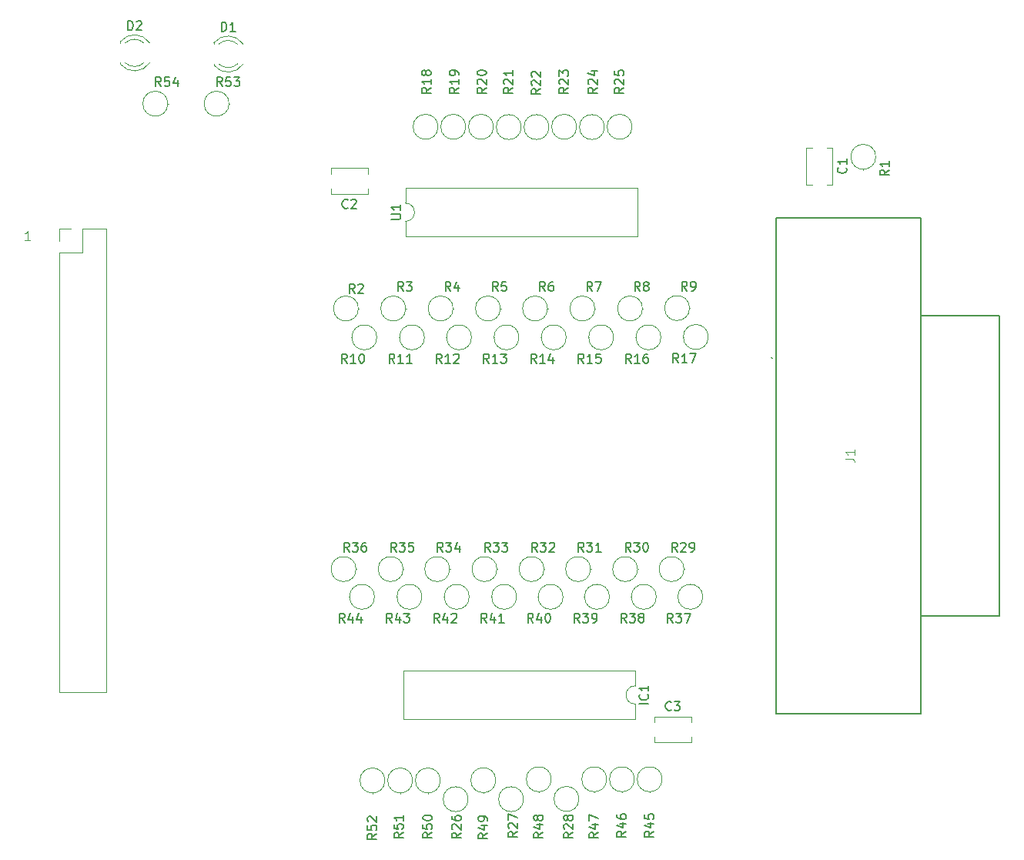
<source format=gto>
G04 #@! TF.GenerationSoftware,KiCad,Pcbnew,8.0.8*
G04 #@! TF.CreationDate,2025-02-01T04:39:39+02:00*
G04 #@! TF.ProjectId,my_raspi_gpib,6d795f72-6173-4706-995f-677069622e6b,rev?*
G04 #@! TF.SameCoordinates,Original*
G04 #@! TF.FileFunction,Legend,Top*
G04 #@! TF.FilePolarity,Positive*
%FSLAX46Y46*%
G04 Gerber Fmt 4.6, Leading zero omitted, Abs format (unit mm)*
G04 Created by KiCad (PCBNEW 8.0.8) date 2025-02-01 04:39:39*
%MOMM*%
%LPD*%
G01*
G04 APERTURE LIST*
%ADD10C,0.100000*%
%ADD11C,0.150000*%
%ADD12C,0.120000*%
%ADD13C,0.200000*%
%ADD14C,1.600000*%
%ADD15O,1.600000X1.600000*%
%ADD16C,3.200000*%
%ADD17R,1.400000X1.400000*%
%ADD18C,1.400000*%
%ADD19C,4.800000*%
%ADD20R,1.800000X1.800000*%
%ADD21C,1.800000*%
%ADD22R,1.600000X1.600000*%
%ADD23R,1.700000X1.700000*%
%ADD24O,1.700000X1.700000*%
G04 APERTURE END LIST*
D10*
X105094693Y-77215419D02*
X104523265Y-77215419D01*
X104808979Y-77215419D02*
X104808979Y-76215419D01*
X104808979Y-76215419D02*
X104713741Y-76358276D01*
X104713741Y-76358276D02*
X104618503Y-76453514D01*
X104618503Y-76453514D02*
X104523265Y-76501133D01*
D11*
X155567142Y-90751819D02*
X155233809Y-90275628D01*
X154995714Y-90751819D02*
X154995714Y-89751819D01*
X154995714Y-89751819D02*
X155376666Y-89751819D01*
X155376666Y-89751819D02*
X155471904Y-89799438D01*
X155471904Y-89799438D02*
X155519523Y-89847057D01*
X155519523Y-89847057D02*
X155567142Y-89942295D01*
X155567142Y-89942295D02*
X155567142Y-90085152D01*
X155567142Y-90085152D02*
X155519523Y-90180390D01*
X155519523Y-90180390D02*
X155471904Y-90228009D01*
X155471904Y-90228009D02*
X155376666Y-90275628D01*
X155376666Y-90275628D02*
X154995714Y-90275628D01*
X156519523Y-90751819D02*
X155948095Y-90751819D01*
X156233809Y-90751819D02*
X156233809Y-89751819D01*
X156233809Y-89751819D02*
X156138571Y-89894676D01*
X156138571Y-89894676D02*
X156043333Y-89989914D01*
X156043333Y-89989914D02*
X155948095Y-90037533D01*
X156852857Y-89751819D02*
X157471904Y-89751819D01*
X157471904Y-89751819D02*
X157138571Y-90132771D01*
X157138571Y-90132771D02*
X157281428Y-90132771D01*
X157281428Y-90132771D02*
X157376666Y-90180390D01*
X157376666Y-90180390D02*
X157424285Y-90228009D01*
X157424285Y-90228009D02*
X157471904Y-90323247D01*
X157471904Y-90323247D02*
X157471904Y-90561342D01*
X157471904Y-90561342D02*
X157424285Y-90656580D01*
X157424285Y-90656580D02*
X157376666Y-90704200D01*
X157376666Y-90704200D02*
X157281428Y-90751819D01*
X157281428Y-90751819D02*
X156995714Y-90751819D01*
X156995714Y-90751819D02*
X156900476Y-90704200D01*
X156900476Y-90704200D02*
X156852857Y-90656580D01*
X155394819Y-142472857D02*
X154918628Y-142806190D01*
X155394819Y-143044285D02*
X154394819Y-143044285D01*
X154394819Y-143044285D02*
X154394819Y-142663333D01*
X154394819Y-142663333D02*
X154442438Y-142568095D01*
X154442438Y-142568095D02*
X154490057Y-142520476D01*
X154490057Y-142520476D02*
X154585295Y-142472857D01*
X154585295Y-142472857D02*
X154728152Y-142472857D01*
X154728152Y-142472857D02*
X154823390Y-142520476D01*
X154823390Y-142520476D02*
X154871009Y-142568095D01*
X154871009Y-142568095D02*
X154918628Y-142663333D01*
X154918628Y-142663333D02*
X154918628Y-143044285D01*
X154728152Y-141615714D02*
X155394819Y-141615714D01*
X154347200Y-141853809D02*
X155061485Y-142091904D01*
X155061485Y-142091904D02*
X155061485Y-141472857D01*
X155394819Y-141044285D02*
X155394819Y-140853809D01*
X155394819Y-140853809D02*
X155347200Y-140758571D01*
X155347200Y-140758571D02*
X155299580Y-140710952D01*
X155299580Y-140710952D02*
X155156723Y-140615714D01*
X155156723Y-140615714D02*
X154966247Y-140568095D01*
X154966247Y-140568095D02*
X154585295Y-140568095D01*
X154585295Y-140568095D02*
X154490057Y-140615714D01*
X154490057Y-140615714D02*
X154442438Y-140663333D01*
X154442438Y-140663333D02*
X154394819Y-140758571D01*
X154394819Y-140758571D02*
X154394819Y-140949047D01*
X154394819Y-140949047D02*
X154442438Y-141044285D01*
X154442438Y-141044285D02*
X154490057Y-141091904D01*
X154490057Y-141091904D02*
X154585295Y-141139523D01*
X154585295Y-141139523D02*
X154823390Y-141139523D01*
X154823390Y-141139523D02*
X154918628Y-141091904D01*
X154918628Y-141091904D02*
X154966247Y-141044285D01*
X154966247Y-141044285D02*
X155013866Y-140949047D01*
X155013866Y-140949047D02*
X155013866Y-140758571D01*
X155013866Y-140758571D02*
X154966247Y-140663333D01*
X154966247Y-140663333D02*
X154918628Y-140615714D01*
X154918628Y-140615714D02*
X154823390Y-140568095D01*
X173682819Y-142247857D02*
X173206628Y-142581190D01*
X173682819Y-142819285D02*
X172682819Y-142819285D01*
X172682819Y-142819285D02*
X172682819Y-142438333D01*
X172682819Y-142438333D02*
X172730438Y-142343095D01*
X172730438Y-142343095D02*
X172778057Y-142295476D01*
X172778057Y-142295476D02*
X172873295Y-142247857D01*
X172873295Y-142247857D02*
X173016152Y-142247857D01*
X173016152Y-142247857D02*
X173111390Y-142295476D01*
X173111390Y-142295476D02*
X173159009Y-142343095D01*
X173159009Y-142343095D02*
X173206628Y-142438333D01*
X173206628Y-142438333D02*
X173206628Y-142819285D01*
X173016152Y-141390714D02*
X173682819Y-141390714D01*
X172635200Y-141628809D02*
X173349485Y-141866904D01*
X173349485Y-141866904D02*
X173349485Y-141247857D01*
X172682819Y-140390714D02*
X172682819Y-140866904D01*
X172682819Y-140866904D02*
X173159009Y-140914523D01*
X173159009Y-140914523D02*
X173111390Y-140866904D01*
X173111390Y-140866904D02*
X173063771Y-140771666D01*
X173063771Y-140771666D02*
X173063771Y-140533571D01*
X173063771Y-140533571D02*
X173111390Y-140438333D01*
X173111390Y-140438333D02*
X173159009Y-140390714D01*
X173159009Y-140390714D02*
X173254247Y-140343095D01*
X173254247Y-140343095D02*
X173492342Y-140343095D01*
X173492342Y-140343095D02*
X173587580Y-140390714D01*
X173587580Y-140390714D02*
X173635200Y-140438333D01*
X173635200Y-140438333D02*
X173682819Y-140533571D01*
X173682819Y-140533571D02*
X173682819Y-140771666D01*
X173682819Y-140771666D02*
X173635200Y-140866904D01*
X173635200Y-140866904D02*
X173587580Y-140914523D01*
X150487142Y-111495819D02*
X150153809Y-111019628D01*
X149915714Y-111495819D02*
X149915714Y-110495819D01*
X149915714Y-110495819D02*
X150296666Y-110495819D01*
X150296666Y-110495819D02*
X150391904Y-110543438D01*
X150391904Y-110543438D02*
X150439523Y-110591057D01*
X150439523Y-110591057D02*
X150487142Y-110686295D01*
X150487142Y-110686295D02*
X150487142Y-110829152D01*
X150487142Y-110829152D02*
X150439523Y-110924390D01*
X150439523Y-110924390D02*
X150391904Y-110972009D01*
X150391904Y-110972009D02*
X150296666Y-111019628D01*
X150296666Y-111019628D02*
X149915714Y-111019628D01*
X150820476Y-110495819D02*
X151439523Y-110495819D01*
X151439523Y-110495819D02*
X151106190Y-110876771D01*
X151106190Y-110876771D02*
X151249047Y-110876771D01*
X151249047Y-110876771D02*
X151344285Y-110924390D01*
X151344285Y-110924390D02*
X151391904Y-110972009D01*
X151391904Y-110972009D02*
X151439523Y-111067247D01*
X151439523Y-111067247D02*
X151439523Y-111305342D01*
X151439523Y-111305342D02*
X151391904Y-111400580D01*
X151391904Y-111400580D02*
X151344285Y-111448200D01*
X151344285Y-111448200D02*
X151249047Y-111495819D01*
X151249047Y-111495819D02*
X150963333Y-111495819D01*
X150963333Y-111495819D02*
X150868095Y-111448200D01*
X150868095Y-111448200D02*
X150820476Y-111400580D01*
X152296666Y-110829152D02*
X152296666Y-111495819D01*
X152058571Y-110448200D02*
X151820476Y-111162485D01*
X151820476Y-111162485D02*
X152439523Y-111162485D01*
X143202819Y-142501857D02*
X142726628Y-142835190D01*
X143202819Y-143073285D02*
X142202819Y-143073285D01*
X142202819Y-143073285D02*
X142202819Y-142692333D01*
X142202819Y-142692333D02*
X142250438Y-142597095D01*
X142250438Y-142597095D02*
X142298057Y-142549476D01*
X142298057Y-142549476D02*
X142393295Y-142501857D01*
X142393295Y-142501857D02*
X142536152Y-142501857D01*
X142536152Y-142501857D02*
X142631390Y-142549476D01*
X142631390Y-142549476D02*
X142679009Y-142597095D01*
X142679009Y-142597095D02*
X142726628Y-142692333D01*
X142726628Y-142692333D02*
X142726628Y-143073285D01*
X142202819Y-141597095D02*
X142202819Y-142073285D01*
X142202819Y-142073285D02*
X142679009Y-142120904D01*
X142679009Y-142120904D02*
X142631390Y-142073285D01*
X142631390Y-142073285D02*
X142583771Y-141978047D01*
X142583771Y-141978047D02*
X142583771Y-141739952D01*
X142583771Y-141739952D02*
X142631390Y-141644714D01*
X142631390Y-141644714D02*
X142679009Y-141597095D01*
X142679009Y-141597095D02*
X142774247Y-141549476D01*
X142774247Y-141549476D02*
X143012342Y-141549476D01*
X143012342Y-141549476D02*
X143107580Y-141597095D01*
X143107580Y-141597095D02*
X143155200Y-141644714D01*
X143155200Y-141644714D02*
X143202819Y-141739952D01*
X143202819Y-141739952D02*
X143202819Y-141978047D01*
X143202819Y-141978047D02*
X143155200Y-142073285D01*
X143155200Y-142073285D02*
X143107580Y-142120904D01*
X142298057Y-141168523D02*
X142250438Y-141120904D01*
X142250438Y-141120904D02*
X142202819Y-141025666D01*
X142202819Y-141025666D02*
X142202819Y-140787571D01*
X142202819Y-140787571D02*
X142250438Y-140692333D01*
X142250438Y-140692333D02*
X142298057Y-140644714D01*
X142298057Y-140644714D02*
X142393295Y-140597095D01*
X142393295Y-140597095D02*
X142488533Y-140597095D01*
X142488533Y-140597095D02*
X142631390Y-140644714D01*
X142631390Y-140644714D02*
X143202819Y-141216142D01*
X143202819Y-141216142D02*
X143202819Y-140597095D01*
D10*
X194751419Y-101274333D02*
X195465704Y-101274333D01*
X195465704Y-101274333D02*
X195608561Y-101321952D01*
X195608561Y-101321952D02*
X195703800Y-101417190D01*
X195703800Y-101417190D02*
X195751419Y-101560047D01*
X195751419Y-101560047D02*
X195751419Y-101655285D01*
X195751419Y-100274333D02*
X195751419Y-100845761D01*
X195751419Y-100560047D02*
X194751419Y-100560047D01*
X194751419Y-100560047D02*
X194894276Y-100655285D01*
X194894276Y-100655285D02*
X194989514Y-100750523D01*
X194989514Y-100750523D02*
X195037133Y-100845761D01*
D11*
X158696819Y-142276857D02*
X158220628Y-142610190D01*
X158696819Y-142848285D02*
X157696819Y-142848285D01*
X157696819Y-142848285D02*
X157696819Y-142467333D01*
X157696819Y-142467333D02*
X157744438Y-142372095D01*
X157744438Y-142372095D02*
X157792057Y-142324476D01*
X157792057Y-142324476D02*
X157887295Y-142276857D01*
X157887295Y-142276857D02*
X158030152Y-142276857D01*
X158030152Y-142276857D02*
X158125390Y-142324476D01*
X158125390Y-142324476D02*
X158173009Y-142372095D01*
X158173009Y-142372095D02*
X158220628Y-142467333D01*
X158220628Y-142467333D02*
X158220628Y-142848285D01*
X157792057Y-141895904D02*
X157744438Y-141848285D01*
X157744438Y-141848285D02*
X157696819Y-141753047D01*
X157696819Y-141753047D02*
X157696819Y-141514952D01*
X157696819Y-141514952D02*
X157744438Y-141419714D01*
X157744438Y-141419714D02*
X157792057Y-141372095D01*
X157792057Y-141372095D02*
X157887295Y-141324476D01*
X157887295Y-141324476D02*
X157982533Y-141324476D01*
X157982533Y-141324476D02*
X158125390Y-141372095D01*
X158125390Y-141372095D02*
X158696819Y-141943523D01*
X158696819Y-141943523D02*
X158696819Y-141324476D01*
X157696819Y-140991142D02*
X157696819Y-140324476D01*
X157696819Y-140324476D02*
X158696819Y-140753047D01*
X144899142Y-119283819D02*
X144565809Y-118807628D01*
X144327714Y-119283819D02*
X144327714Y-118283819D01*
X144327714Y-118283819D02*
X144708666Y-118283819D01*
X144708666Y-118283819D02*
X144803904Y-118331438D01*
X144803904Y-118331438D02*
X144851523Y-118379057D01*
X144851523Y-118379057D02*
X144899142Y-118474295D01*
X144899142Y-118474295D02*
X144899142Y-118617152D01*
X144899142Y-118617152D02*
X144851523Y-118712390D01*
X144851523Y-118712390D02*
X144803904Y-118760009D01*
X144803904Y-118760009D02*
X144708666Y-118807628D01*
X144708666Y-118807628D02*
X144327714Y-118807628D01*
X145756285Y-118617152D02*
X145756285Y-119283819D01*
X145518190Y-118236200D02*
X145280095Y-118950485D01*
X145280095Y-118950485D02*
X145899142Y-118950485D01*
X146184857Y-118283819D02*
X146803904Y-118283819D01*
X146803904Y-118283819D02*
X146470571Y-118664771D01*
X146470571Y-118664771D02*
X146613428Y-118664771D01*
X146613428Y-118664771D02*
X146708666Y-118712390D01*
X146708666Y-118712390D02*
X146756285Y-118760009D01*
X146756285Y-118760009D02*
X146803904Y-118855247D01*
X146803904Y-118855247D02*
X146803904Y-119093342D01*
X146803904Y-119093342D02*
X146756285Y-119188580D01*
X146756285Y-119188580D02*
X146708666Y-119236200D01*
X146708666Y-119236200D02*
X146613428Y-119283819D01*
X146613428Y-119283819D02*
X146327714Y-119283819D01*
X146327714Y-119283819D02*
X146232476Y-119236200D01*
X146232476Y-119236200D02*
X146184857Y-119188580D01*
X146137333Y-82836819D02*
X145804000Y-82360628D01*
X145565905Y-82836819D02*
X145565905Y-81836819D01*
X145565905Y-81836819D02*
X145946857Y-81836819D01*
X145946857Y-81836819D02*
X146042095Y-81884438D01*
X146042095Y-81884438D02*
X146089714Y-81932057D01*
X146089714Y-81932057D02*
X146137333Y-82027295D01*
X146137333Y-82027295D02*
X146137333Y-82170152D01*
X146137333Y-82170152D02*
X146089714Y-82265390D01*
X146089714Y-82265390D02*
X146042095Y-82313009D01*
X146042095Y-82313009D02*
X145946857Y-82360628D01*
X145946857Y-82360628D02*
X145565905Y-82360628D01*
X146470667Y-81836819D02*
X147089714Y-81836819D01*
X147089714Y-81836819D02*
X146756381Y-82217771D01*
X146756381Y-82217771D02*
X146899238Y-82217771D01*
X146899238Y-82217771D02*
X146994476Y-82265390D01*
X146994476Y-82265390D02*
X147042095Y-82313009D01*
X147042095Y-82313009D02*
X147089714Y-82408247D01*
X147089714Y-82408247D02*
X147089714Y-82646342D01*
X147089714Y-82646342D02*
X147042095Y-82741580D01*
X147042095Y-82741580D02*
X146994476Y-82789200D01*
X146994476Y-82789200D02*
X146899238Y-82836819D01*
X146899238Y-82836819D02*
X146613524Y-82836819D01*
X146613524Y-82836819D02*
X146518286Y-82789200D01*
X146518286Y-82789200D02*
X146470667Y-82741580D01*
X115847905Y-54136819D02*
X115847905Y-53136819D01*
X115847905Y-53136819D02*
X116086000Y-53136819D01*
X116086000Y-53136819D02*
X116228857Y-53184438D01*
X116228857Y-53184438D02*
X116324095Y-53279676D01*
X116324095Y-53279676D02*
X116371714Y-53374914D01*
X116371714Y-53374914D02*
X116419333Y-53565390D01*
X116419333Y-53565390D02*
X116419333Y-53708247D01*
X116419333Y-53708247D02*
X116371714Y-53898723D01*
X116371714Y-53898723D02*
X116324095Y-53993961D01*
X116324095Y-53993961D02*
X116228857Y-54089200D01*
X116228857Y-54089200D02*
X116086000Y-54136819D01*
X116086000Y-54136819D02*
X115847905Y-54136819D01*
X116800286Y-53232057D02*
X116847905Y-53184438D01*
X116847905Y-53184438D02*
X116943143Y-53136819D01*
X116943143Y-53136819D02*
X117181238Y-53136819D01*
X117181238Y-53136819D02*
X117276476Y-53184438D01*
X117276476Y-53184438D02*
X117324095Y-53232057D01*
X117324095Y-53232057D02*
X117371714Y-53327295D01*
X117371714Y-53327295D02*
X117371714Y-53422533D01*
X117371714Y-53422533D02*
X117324095Y-53565390D01*
X117324095Y-53565390D02*
X116752667Y-54136819D01*
X116752667Y-54136819D02*
X117371714Y-54136819D01*
X165531142Y-119283819D02*
X165197809Y-118807628D01*
X164959714Y-119283819D02*
X164959714Y-118283819D01*
X164959714Y-118283819D02*
X165340666Y-118283819D01*
X165340666Y-118283819D02*
X165435904Y-118331438D01*
X165435904Y-118331438D02*
X165483523Y-118379057D01*
X165483523Y-118379057D02*
X165531142Y-118474295D01*
X165531142Y-118474295D02*
X165531142Y-118617152D01*
X165531142Y-118617152D02*
X165483523Y-118712390D01*
X165483523Y-118712390D02*
X165435904Y-118760009D01*
X165435904Y-118760009D02*
X165340666Y-118807628D01*
X165340666Y-118807628D02*
X164959714Y-118807628D01*
X165864476Y-118283819D02*
X166483523Y-118283819D01*
X166483523Y-118283819D02*
X166150190Y-118664771D01*
X166150190Y-118664771D02*
X166293047Y-118664771D01*
X166293047Y-118664771D02*
X166388285Y-118712390D01*
X166388285Y-118712390D02*
X166435904Y-118760009D01*
X166435904Y-118760009D02*
X166483523Y-118855247D01*
X166483523Y-118855247D02*
X166483523Y-119093342D01*
X166483523Y-119093342D02*
X166435904Y-119188580D01*
X166435904Y-119188580D02*
X166388285Y-119236200D01*
X166388285Y-119236200D02*
X166293047Y-119283819D01*
X166293047Y-119283819D02*
X166007333Y-119283819D01*
X166007333Y-119283819D02*
X165912095Y-119236200D01*
X165912095Y-119236200D02*
X165864476Y-119188580D01*
X166959714Y-119283819D02*
X167150190Y-119283819D01*
X167150190Y-119283819D02*
X167245428Y-119236200D01*
X167245428Y-119236200D02*
X167293047Y-119188580D01*
X167293047Y-119188580D02*
X167388285Y-119045723D01*
X167388285Y-119045723D02*
X167435904Y-118855247D01*
X167435904Y-118855247D02*
X167435904Y-118474295D01*
X167435904Y-118474295D02*
X167388285Y-118379057D01*
X167388285Y-118379057D02*
X167340666Y-118331438D01*
X167340666Y-118331438D02*
X167245428Y-118283819D01*
X167245428Y-118283819D02*
X167054952Y-118283819D01*
X167054952Y-118283819D02*
X166959714Y-118331438D01*
X166959714Y-118331438D02*
X166912095Y-118379057D01*
X166912095Y-118379057D02*
X166864476Y-118474295D01*
X166864476Y-118474295D02*
X166864476Y-118712390D01*
X166864476Y-118712390D02*
X166912095Y-118807628D01*
X166912095Y-118807628D02*
X166959714Y-118855247D01*
X166959714Y-118855247D02*
X167054952Y-118902866D01*
X167054952Y-118902866D02*
X167245428Y-118902866D01*
X167245428Y-118902866D02*
X167340666Y-118855247D01*
X167340666Y-118855247D02*
X167388285Y-118807628D01*
X167388285Y-118807628D02*
X167435904Y-118712390D01*
X140041333Y-73648580D02*
X139993714Y-73696200D01*
X139993714Y-73696200D02*
X139850857Y-73743819D01*
X139850857Y-73743819D02*
X139755619Y-73743819D01*
X139755619Y-73743819D02*
X139612762Y-73696200D01*
X139612762Y-73696200D02*
X139517524Y-73600961D01*
X139517524Y-73600961D02*
X139469905Y-73505723D01*
X139469905Y-73505723D02*
X139422286Y-73315247D01*
X139422286Y-73315247D02*
X139422286Y-73172390D01*
X139422286Y-73172390D02*
X139469905Y-72981914D01*
X139469905Y-72981914D02*
X139517524Y-72886676D01*
X139517524Y-72886676D02*
X139612762Y-72791438D01*
X139612762Y-72791438D02*
X139755619Y-72743819D01*
X139755619Y-72743819D02*
X139850857Y-72743819D01*
X139850857Y-72743819D02*
X139993714Y-72791438D01*
X139993714Y-72791438D02*
X140041333Y-72839057D01*
X140422286Y-72839057D02*
X140469905Y-72791438D01*
X140469905Y-72791438D02*
X140565143Y-72743819D01*
X140565143Y-72743819D02*
X140803238Y-72743819D01*
X140803238Y-72743819D02*
X140898476Y-72791438D01*
X140898476Y-72791438D02*
X140946095Y-72839057D01*
X140946095Y-72839057D02*
X140993714Y-72934295D01*
X140993714Y-72934295D02*
X140993714Y-73029533D01*
X140993714Y-73029533D02*
X140946095Y-73172390D01*
X140946095Y-73172390D02*
X140374667Y-73743819D01*
X140374667Y-73743819D02*
X140993714Y-73743819D01*
X176268142Y-111495819D02*
X175934809Y-111019628D01*
X175696714Y-111495819D02*
X175696714Y-110495819D01*
X175696714Y-110495819D02*
X176077666Y-110495819D01*
X176077666Y-110495819D02*
X176172904Y-110543438D01*
X176172904Y-110543438D02*
X176220523Y-110591057D01*
X176220523Y-110591057D02*
X176268142Y-110686295D01*
X176268142Y-110686295D02*
X176268142Y-110829152D01*
X176268142Y-110829152D02*
X176220523Y-110924390D01*
X176220523Y-110924390D02*
X176172904Y-110972009D01*
X176172904Y-110972009D02*
X176077666Y-111019628D01*
X176077666Y-111019628D02*
X175696714Y-111019628D01*
X176649095Y-110591057D02*
X176696714Y-110543438D01*
X176696714Y-110543438D02*
X176791952Y-110495819D01*
X176791952Y-110495819D02*
X177030047Y-110495819D01*
X177030047Y-110495819D02*
X177125285Y-110543438D01*
X177125285Y-110543438D02*
X177172904Y-110591057D01*
X177172904Y-110591057D02*
X177220523Y-110686295D01*
X177220523Y-110686295D02*
X177220523Y-110781533D01*
X177220523Y-110781533D02*
X177172904Y-110924390D01*
X177172904Y-110924390D02*
X176601476Y-111495819D01*
X176601476Y-111495819D02*
X177220523Y-111495819D01*
X177696714Y-111495819D02*
X177887190Y-111495819D01*
X177887190Y-111495819D02*
X177982428Y-111448200D01*
X177982428Y-111448200D02*
X178030047Y-111400580D01*
X178030047Y-111400580D02*
X178125285Y-111257723D01*
X178125285Y-111257723D02*
X178172904Y-111067247D01*
X178172904Y-111067247D02*
X178172904Y-110686295D01*
X178172904Y-110686295D02*
X178125285Y-110591057D01*
X178125285Y-110591057D02*
X178077666Y-110543438D01*
X178077666Y-110543438D02*
X177982428Y-110495819D01*
X177982428Y-110495819D02*
X177791952Y-110495819D01*
X177791952Y-110495819D02*
X177696714Y-110543438D01*
X177696714Y-110543438D02*
X177649095Y-110591057D01*
X177649095Y-110591057D02*
X177601476Y-110686295D01*
X177601476Y-110686295D02*
X177601476Y-110924390D01*
X177601476Y-110924390D02*
X177649095Y-111019628D01*
X177649095Y-111019628D02*
X177696714Y-111067247D01*
X177696714Y-111067247D02*
X177791952Y-111114866D01*
X177791952Y-111114866D02*
X177982428Y-111114866D01*
X177982428Y-111114866D02*
X178077666Y-111067247D01*
X178077666Y-111067247D02*
X178125285Y-111019628D01*
X178125285Y-111019628D02*
X178172904Y-110924390D01*
X144825819Y-74929904D02*
X145635342Y-74929904D01*
X145635342Y-74929904D02*
X145730580Y-74882285D01*
X145730580Y-74882285D02*
X145778200Y-74834666D01*
X145778200Y-74834666D02*
X145825819Y-74739428D01*
X145825819Y-74739428D02*
X145825819Y-74548952D01*
X145825819Y-74548952D02*
X145778200Y-74453714D01*
X145778200Y-74453714D02*
X145730580Y-74406095D01*
X145730580Y-74406095D02*
X145635342Y-74358476D01*
X145635342Y-74358476D02*
X144825819Y-74358476D01*
X145825819Y-73358476D02*
X145825819Y-73929904D01*
X145825819Y-73644190D02*
X144825819Y-73644190D01*
X144825819Y-73644190D02*
X144968676Y-73739428D01*
X144968676Y-73739428D02*
X145063914Y-73834666D01*
X145063914Y-73834666D02*
X145111533Y-73929904D01*
X155313142Y-119283819D02*
X154979809Y-118807628D01*
X154741714Y-119283819D02*
X154741714Y-118283819D01*
X154741714Y-118283819D02*
X155122666Y-118283819D01*
X155122666Y-118283819D02*
X155217904Y-118331438D01*
X155217904Y-118331438D02*
X155265523Y-118379057D01*
X155265523Y-118379057D02*
X155313142Y-118474295D01*
X155313142Y-118474295D02*
X155313142Y-118617152D01*
X155313142Y-118617152D02*
X155265523Y-118712390D01*
X155265523Y-118712390D02*
X155217904Y-118760009D01*
X155217904Y-118760009D02*
X155122666Y-118807628D01*
X155122666Y-118807628D02*
X154741714Y-118807628D01*
X156170285Y-118617152D02*
X156170285Y-119283819D01*
X155932190Y-118236200D02*
X155694095Y-118950485D01*
X155694095Y-118950485D02*
X156313142Y-118950485D01*
X157217904Y-119283819D02*
X156646476Y-119283819D01*
X156932190Y-119283819D02*
X156932190Y-118283819D01*
X156932190Y-118283819D02*
X156836952Y-118426676D01*
X156836952Y-118426676D02*
X156741714Y-118521914D01*
X156741714Y-118521914D02*
X156646476Y-118569533D01*
X119499142Y-60314819D02*
X119165809Y-59838628D01*
X118927714Y-60314819D02*
X118927714Y-59314819D01*
X118927714Y-59314819D02*
X119308666Y-59314819D01*
X119308666Y-59314819D02*
X119403904Y-59362438D01*
X119403904Y-59362438D02*
X119451523Y-59410057D01*
X119451523Y-59410057D02*
X119499142Y-59505295D01*
X119499142Y-59505295D02*
X119499142Y-59648152D01*
X119499142Y-59648152D02*
X119451523Y-59743390D01*
X119451523Y-59743390D02*
X119403904Y-59791009D01*
X119403904Y-59791009D02*
X119308666Y-59838628D01*
X119308666Y-59838628D02*
X118927714Y-59838628D01*
X120403904Y-59314819D02*
X119927714Y-59314819D01*
X119927714Y-59314819D02*
X119880095Y-59791009D01*
X119880095Y-59791009D02*
X119927714Y-59743390D01*
X119927714Y-59743390D02*
X120022952Y-59695771D01*
X120022952Y-59695771D02*
X120261047Y-59695771D01*
X120261047Y-59695771D02*
X120356285Y-59743390D01*
X120356285Y-59743390D02*
X120403904Y-59791009D01*
X120403904Y-59791009D02*
X120451523Y-59886247D01*
X120451523Y-59886247D02*
X120451523Y-60124342D01*
X120451523Y-60124342D02*
X120403904Y-60219580D01*
X120403904Y-60219580D02*
X120356285Y-60267200D01*
X120356285Y-60267200D02*
X120261047Y-60314819D01*
X120261047Y-60314819D02*
X120022952Y-60314819D01*
X120022952Y-60314819D02*
X119927714Y-60267200D01*
X119927714Y-60267200D02*
X119880095Y-60219580D01*
X121308666Y-59648152D02*
X121308666Y-60314819D01*
X121070571Y-59267200D02*
X120832476Y-59981485D01*
X120832476Y-59981485D02*
X121451523Y-59981485D01*
X139692142Y-119283819D02*
X139358809Y-118807628D01*
X139120714Y-119283819D02*
X139120714Y-118283819D01*
X139120714Y-118283819D02*
X139501666Y-118283819D01*
X139501666Y-118283819D02*
X139596904Y-118331438D01*
X139596904Y-118331438D02*
X139644523Y-118379057D01*
X139644523Y-118379057D02*
X139692142Y-118474295D01*
X139692142Y-118474295D02*
X139692142Y-118617152D01*
X139692142Y-118617152D02*
X139644523Y-118712390D01*
X139644523Y-118712390D02*
X139596904Y-118760009D01*
X139596904Y-118760009D02*
X139501666Y-118807628D01*
X139501666Y-118807628D02*
X139120714Y-118807628D01*
X140549285Y-118617152D02*
X140549285Y-119283819D01*
X140311190Y-118236200D02*
X140073095Y-118950485D01*
X140073095Y-118950485D02*
X140692142Y-118950485D01*
X141501666Y-118617152D02*
X141501666Y-119283819D01*
X141263571Y-118236200D02*
X141025476Y-118950485D01*
X141025476Y-118950485D02*
X141644523Y-118950485D01*
X156551333Y-82836819D02*
X156218000Y-82360628D01*
X155979905Y-82836819D02*
X155979905Y-81836819D01*
X155979905Y-81836819D02*
X156360857Y-81836819D01*
X156360857Y-81836819D02*
X156456095Y-81884438D01*
X156456095Y-81884438D02*
X156503714Y-81932057D01*
X156503714Y-81932057D02*
X156551333Y-82027295D01*
X156551333Y-82027295D02*
X156551333Y-82170152D01*
X156551333Y-82170152D02*
X156503714Y-82265390D01*
X156503714Y-82265390D02*
X156456095Y-82313009D01*
X156456095Y-82313009D02*
X156360857Y-82360628D01*
X156360857Y-82360628D02*
X155979905Y-82360628D01*
X157456095Y-81836819D02*
X156979905Y-81836819D01*
X156979905Y-81836819D02*
X156932286Y-82313009D01*
X156932286Y-82313009D02*
X156979905Y-82265390D01*
X156979905Y-82265390D02*
X157075143Y-82217771D01*
X157075143Y-82217771D02*
X157313238Y-82217771D01*
X157313238Y-82217771D02*
X157408476Y-82265390D01*
X157408476Y-82265390D02*
X157456095Y-82313009D01*
X157456095Y-82313009D02*
X157503714Y-82408247D01*
X157503714Y-82408247D02*
X157503714Y-82646342D01*
X157503714Y-82646342D02*
X157456095Y-82741580D01*
X157456095Y-82741580D02*
X157408476Y-82789200D01*
X157408476Y-82789200D02*
X157313238Y-82836819D01*
X157313238Y-82836819D02*
X157075143Y-82836819D01*
X157075143Y-82836819D02*
X156979905Y-82789200D01*
X156979905Y-82789200D02*
X156932286Y-82741580D01*
X170634819Y-142247857D02*
X170158628Y-142581190D01*
X170634819Y-142819285D02*
X169634819Y-142819285D01*
X169634819Y-142819285D02*
X169634819Y-142438333D01*
X169634819Y-142438333D02*
X169682438Y-142343095D01*
X169682438Y-142343095D02*
X169730057Y-142295476D01*
X169730057Y-142295476D02*
X169825295Y-142247857D01*
X169825295Y-142247857D02*
X169968152Y-142247857D01*
X169968152Y-142247857D02*
X170063390Y-142295476D01*
X170063390Y-142295476D02*
X170111009Y-142343095D01*
X170111009Y-142343095D02*
X170158628Y-142438333D01*
X170158628Y-142438333D02*
X170158628Y-142819285D01*
X169968152Y-141390714D02*
X170634819Y-141390714D01*
X169587200Y-141628809D02*
X170301485Y-141866904D01*
X170301485Y-141866904D02*
X170301485Y-141247857D01*
X169634819Y-140438333D02*
X169634819Y-140628809D01*
X169634819Y-140628809D02*
X169682438Y-140724047D01*
X169682438Y-140724047D02*
X169730057Y-140771666D01*
X169730057Y-140771666D02*
X169872914Y-140866904D01*
X169872914Y-140866904D02*
X170063390Y-140914523D01*
X170063390Y-140914523D02*
X170444342Y-140914523D01*
X170444342Y-140914523D02*
X170539580Y-140866904D01*
X170539580Y-140866904D02*
X170587200Y-140819285D01*
X170587200Y-140819285D02*
X170634819Y-140724047D01*
X170634819Y-140724047D02*
X170634819Y-140533571D01*
X170634819Y-140533571D02*
X170587200Y-140438333D01*
X170587200Y-140438333D02*
X170539580Y-140390714D01*
X170539580Y-140390714D02*
X170444342Y-140343095D01*
X170444342Y-140343095D02*
X170206247Y-140343095D01*
X170206247Y-140343095D02*
X170111009Y-140390714D01*
X170111009Y-140390714D02*
X170063390Y-140438333D01*
X170063390Y-140438333D02*
X170015771Y-140533571D01*
X170015771Y-140533571D02*
X170015771Y-140724047D01*
X170015771Y-140724047D02*
X170063390Y-140819285D01*
X170063390Y-140819285D02*
X170111009Y-140866904D01*
X170111009Y-140866904D02*
X170206247Y-140914523D01*
X145378142Y-111495819D02*
X145044809Y-111019628D01*
X144806714Y-111495819D02*
X144806714Y-110495819D01*
X144806714Y-110495819D02*
X145187666Y-110495819D01*
X145187666Y-110495819D02*
X145282904Y-110543438D01*
X145282904Y-110543438D02*
X145330523Y-110591057D01*
X145330523Y-110591057D02*
X145378142Y-110686295D01*
X145378142Y-110686295D02*
X145378142Y-110829152D01*
X145378142Y-110829152D02*
X145330523Y-110924390D01*
X145330523Y-110924390D02*
X145282904Y-110972009D01*
X145282904Y-110972009D02*
X145187666Y-111019628D01*
X145187666Y-111019628D02*
X144806714Y-111019628D01*
X145711476Y-110495819D02*
X146330523Y-110495819D01*
X146330523Y-110495819D02*
X145997190Y-110876771D01*
X145997190Y-110876771D02*
X146140047Y-110876771D01*
X146140047Y-110876771D02*
X146235285Y-110924390D01*
X146235285Y-110924390D02*
X146282904Y-110972009D01*
X146282904Y-110972009D02*
X146330523Y-111067247D01*
X146330523Y-111067247D02*
X146330523Y-111305342D01*
X146330523Y-111305342D02*
X146282904Y-111400580D01*
X146282904Y-111400580D02*
X146235285Y-111448200D01*
X146235285Y-111448200D02*
X146140047Y-111495819D01*
X146140047Y-111495819D02*
X145854333Y-111495819D01*
X145854333Y-111495819D02*
X145759095Y-111448200D01*
X145759095Y-111448200D02*
X145711476Y-111400580D01*
X147235285Y-110495819D02*
X146759095Y-110495819D01*
X146759095Y-110495819D02*
X146711476Y-110972009D01*
X146711476Y-110972009D02*
X146759095Y-110924390D01*
X146759095Y-110924390D02*
X146854333Y-110876771D01*
X146854333Y-110876771D02*
X147092428Y-110876771D01*
X147092428Y-110876771D02*
X147187666Y-110924390D01*
X147187666Y-110924390D02*
X147235285Y-110972009D01*
X147235285Y-110972009D02*
X147282904Y-111067247D01*
X147282904Y-111067247D02*
X147282904Y-111305342D01*
X147282904Y-111305342D02*
X147235285Y-111400580D01*
X147235285Y-111400580D02*
X147187666Y-111448200D01*
X147187666Y-111448200D02*
X147092428Y-111495819D01*
X147092428Y-111495819D02*
X146854333Y-111495819D01*
X146854333Y-111495819D02*
X146759095Y-111448200D01*
X146759095Y-111448200D02*
X146711476Y-111400580D01*
X140803333Y-83047819D02*
X140470000Y-82571628D01*
X140231905Y-83047819D02*
X140231905Y-82047819D01*
X140231905Y-82047819D02*
X140612857Y-82047819D01*
X140612857Y-82047819D02*
X140708095Y-82095438D01*
X140708095Y-82095438D02*
X140755714Y-82143057D01*
X140755714Y-82143057D02*
X140803333Y-82238295D01*
X140803333Y-82238295D02*
X140803333Y-82381152D01*
X140803333Y-82381152D02*
X140755714Y-82476390D01*
X140755714Y-82476390D02*
X140708095Y-82524009D01*
X140708095Y-82524009D02*
X140612857Y-82571628D01*
X140612857Y-82571628D02*
X140231905Y-82571628D01*
X141184286Y-82143057D02*
X141231905Y-82095438D01*
X141231905Y-82095438D02*
X141327143Y-82047819D01*
X141327143Y-82047819D02*
X141565238Y-82047819D01*
X141565238Y-82047819D02*
X141660476Y-82095438D01*
X141660476Y-82095438D02*
X141708095Y-82143057D01*
X141708095Y-82143057D02*
X141755714Y-82238295D01*
X141755714Y-82238295D02*
X141755714Y-82333533D01*
X141755714Y-82333533D02*
X141708095Y-82476390D01*
X141708095Y-82476390D02*
X141136667Y-83047819D01*
X141136667Y-83047819D02*
X141755714Y-83047819D01*
X194806580Y-69254666D02*
X194854200Y-69302285D01*
X194854200Y-69302285D02*
X194901819Y-69445142D01*
X194901819Y-69445142D02*
X194901819Y-69540380D01*
X194901819Y-69540380D02*
X194854200Y-69683237D01*
X194854200Y-69683237D02*
X194758961Y-69778475D01*
X194758961Y-69778475D02*
X194663723Y-69826094D01*
X194663723Y-69826094D02*
X194473247Y-69873713D01*
X194473247Y-69873713D02*
X194330390Y-69873713D01*
X194330390Y-69873713D02*
X194139914Y-69826094D01*
X194139914Y-69826094D02*
X194044676Y-69778475D01*
X194044676Y-69778475D02*
X193949438Y-69683237D01*
X193949438Y-69683237D02*
X193901819Y-69540380D01*
X193901819Y-69540380D02*
X193901819Y-69445142D01*
X193901819Y-69445142D02*
X193949438Y-69302285D01*
X193949438Y-69302285D02*
X193997057Y-69254666D01*
X194901819Y-68302285D02*
X194901819Y-68873713D01*
X194901819Y-68587999D02*
X193901819Y-68587999D01*
X193901819Y-68587999D02*
X194044676Y-68683237D01*
X194044676Y-68683237D02*
X194139914Y-68778475D01*
X194139914Y-68778475D02*
X194187533Y-68873713D01*
X166936333Y-82836819D02*
X166603000Y-82360628D01*
X166364905Y-82836819D02*
X166364905Y-81836819D01*
X166364905Y-81836819D02*
X166745857Y-81836819D01*
X166745857Y-81836819D02*
X166841095Y-81884438D01*
X166841095Y-81884438D02*
X166888714Y-81932057D01*
X166888714Y-81932057D02*
X166936333Y-82027295D01*
X166936333Y-82027295D02*
X166936333Y-82170152D01*
X166936333Y-82170152D02*
X166888714Y-82265390D01*
X166888714Y-82265390D02*
X166841095Y-82313009D01*
X166841095Y-82313009D02*
X166745857Y-82360628D01*
X166745857Y-82360628D02*
X166364905Y-82360628D01*
X167269667Y-81836819D02*
X167936333Y-81836819D01*
X167936333Y-81836819D02*
X167507762Y-82836819D01*
X161490819Y-142374857D02*
X161014628Y-142708190D01*
X161490819Y-142946285D02*
X160490819Y-142946285D01*
X160490819Y-142946285D02*
X160490819Y-142565333D01*
X160490819Y-142565333D02*
X160538438Y-142470095D01*
X160538438Y-142470095D02*
X160586057Y-142422476D01*
X160586057Y-142422476D02*
X160681295Y-142374857D01*
X160681295Y-142374857D02*
X160824152Y-142374857D01*
X160824152Y-142374857D02*
X160919390Y-142422476D01*
X160919390Y-142422476D02*
X160967009Y-142470095D01*
X160967009Y-142470095D02*
X161014628Y-142565333D01*
X161014628Y-142565333D02*
X161014628Y-142946285D01*
X160824152Y-141517714D02*
X161490819Y-141517714D01*
X160443200Y-141755809D02*
X161157485Y-141993904D01*
X161157485Y-141993904D02*
X161157485Y-141374857D01*
X160919390Y-140851047D02*
X160871771Y-140946285D01*
X160871771Y-140946285D02*
X160824152Y-140993904D01*
X160824152Y-140993904D02*
X160728914Y-141041523D01*
X160728914Y-141041523D02*
X160681295Y-141041523D01*
X160681295Y-141041523D02*
X160586057Y-140993904D01*
X160586057Y-140993904D02*
X160538438Y-140946285D01*
X160538438Y-140946285D02*
X160490819Y-140851047D01*
X160490819Y-140851047D02*
X160490819Y-140660571D01*
X160490819Y-140660571D02*
X160538438Y-140565333D01*
X160538438Y-140565333D02*
X160586057Y-140517714D01*
X160586057Y-140517714D02*
X160681295Y-140470095D01*
X160681295Y-140470095D02*
X160728914Y-140470095D01*
X160728914Y-140470095D02*
X160824152Y-140517714D01*
X160824152Y-140517714D02*
X160871771Y-140565333D01*
X160871771Y-140565333D02*
X160919390Y-140660571D01*
X160919390Y-140660571D02*
X160919390Y-140851047D01*
X160919390Y-140851047D02*
X160967009Y-140946285D01*
X160967009Y-140946285D02*
X161014628Y-140993904D01*
X161014628Y-140993904D02*
X161109866Y-141041523D01*
X161109866Y-141041523D02*
X161300342Y-141041523D01*
X161300342Y-141041523D02*
X161395580Y-140993904D01*
X161395580Y-140993904D02*
X161443200Y-140946285D01*
X161443200Y-140946285D02*
X161490819Y-140851047D01*
X161490819Y-140851047D02*
X161490819Y-140660571D01*
X161490819Y-140660571D02*
X161443200Y-140565333D01*
X161443200Y-140565333D02*
X161395580Y-140517714D01*
X161395580Y-140517714D02*
X161300342Y-140470095D01*
X161300342Y-140470095D02*
X161109866Y-140470095D01*
X161109866Y-140470095D02*
X161014628Y-140517714D01*
X161014628Y-140517714D02*
X160967009Y-140565333D01*
X160967009Y-140565333D02*
X160919390Y-140660571D01*
X171188142Y-90751819D02*
X170854809Y-90275628D01*
X170616714Y-90751819D02*
X170616714Y-89751819D01*
X170616714Y-89751819D02*
X170997666Y-89751819D01*
X170997666Y-89751819D02*
X171092904Y-89799438D01*
X171092904Y-89799438D02*
X171140523Y-89847057D01*
X171140523Y-89847057D02*
X171188142Y-89942295D01*
X171188142Y-89942295D02*
X171188142Y-90085152D01*
X171188142Y-90085152D02*
X171140523Y-90180390D01*
X171140523Y-90180390D02*
X171092904Y-90228009D01*
X171092904Y-90228009D02*
X170997666Y-90275628D01*
X170997666Y-90275628D02*
X170616714Y-90275628D01*
X172140523Y-90751819D02*
X171569095Y-90751819D01*
X171854809Y-90751819D02*
X171854809Y-89751819D01*
X171854809Y-89751819D02*
X171759571Y-89894676D01*
X171759571Y-89894676D02*
X171664333Y-89989914D01*
X171664333Y-89989914D02*
X171569095Y-90037533D01*
X172997666Y-89751819D02*
X172807190Y-89751819D01*
X172807190Y-89751819D02*
X172711952Y-89799438D01*
X172711952Y-89799438D02*
X172664333Y-89847057D01*
X172664333Y-89847057D02*
X172569095Y-89989914D01*
X172569095Y-89989914D02*
X172521476Y-90180390D01*
X172521476Y-90180390D02*
X172521476Y-90561342D01*
X172521476Y-90561342D02*
X172569095Y-90656580D01*
X172569095Y-90656580D02*
X172616714Y-90704200D01*
X172616714Y-90704200D02*
X172711952Y-90751819D01*
X172711952Y-90751819D02*
X172902428Y-90751819D01*
X172902428Y-90751819D02*
X172997666Y-90704200D01*
X172997666Y-90704200D02*
X173045285Y-90656580D01*
X173045285Y-90656580D02*
X173092904Y-90561342D01*
X173092904Y-90561342D02*
X173092904Y-90323247D01*
X173092904Y-90323247D02*
X173045285Y-90228009D01*
X173045285Y-90228009D02*
X172997666Y-90180390D01*
X172997666Y-90180390D02*
X172902428Y-90132771D01*
X172902428Y-90132771D02*
X172711952Y-90132771D01*
X172711952Y-90132771D02*
X172616714Y-90180390D01*
X172616714Y-90180390D02*
X172569095Y-90228009D01*
X172569095Y-90228009D02*
X172521476Y-90323247D01*
X167459819Y-60459857D02*
X166983628Y-60793190D01*
X167459819Y-61031285D02*
X166459819Y-61031285D01*
X166459819Y-61031285D02*
X166459819Y-60650333D01*
X166459819Y-60650333D02*
X166507438Y-60555095D01*
X166507438Y-60555095D02*
X166555057Y-60507476D01*
X166555057Y-60507476D02*
X166650295Y-60459857D01*
X166650295Y-60459857D02*
X166793152Y-60459857D01*
X166793152Y-60459857D02*
X166888390Y-60507476D01*
X166888390Y-60507476D02*
X166936009Y-60555095D01*
X166936009Y-60555095D02*
X166983628Y-60650333D01*
X166983628Y-60650333D02*
X166983628Y-61031285D01*
X166555057Y-60078904D02*
X166507438Y-60031285D01*
X166507438Y-60031285D02*
X166459819Y-59936047D01*
X166459819Y-59936047D02*
X166459819Y-59697952D01*
X166459819Y-59697952D02*
X166507438Y-59602714D01*
X166507438Y-59602714D02*
X166555057Y-59555095D01*
X166555057Y-59555095D02*
X166650295Y-59507476D01*
X166650295Y-59507476D02*
X166745533Y-59507476D01*
X166745533Y-59507476D02*
X166888390Y-59555095D01*
X166888390Y-59555095D02*
X167459819Y-60126523D01*
X167459819Y-60126523D02*
X167459819Y-59507476D01*
X166793152Y-58650333D02*
X167459819Y-58650333D01*
X166412200Y-58888428D02*
X167126485Y-59126523D01*
X167126485Y-59126523D02*
X167126485Y-58507476D01*
X165981142Y-111495819D02*
X165647809Y-111019628D01*
X165409714Y-111495819D02*
X165409714Y-110495819D01*
X165409714Y-110495819D02*
X165790666Y-110495819D01*
X165790666Y-110495819D02*
X165885904Y-110543438D01*
X165885904Y-110543438D02*
X165933523Y-110591057D01*
X165933523Y-110591057D02*
X165981142Y-110686295D01*
X165981142Y-110686295D02*
X165981142Y-110829152D01*
X165981142Y-110829152D02*
X165933523Y-110924390D01*
X165933523Y-110924390D02*
X165885904Y-110972009D01*
X165885904Y-110972009D02*
X165790666Y-111019628D01*
X165790666Y-111019628D02*
X165409714Y-111019628D01*
X166314476Y-110495819D02*
X166933523Y-110495819D01*
X166933523Y-110495819D02*
X166600190Y-110876771D01*
X166600190Y-110876771D02*
X166743047Y-110876771D01*
X166743047Y-110876771D02*
X166838285Y-110924390D01*
X166838285Y-110924390D02*
X166885904Y-110972009D01*
X166885904Y-110972009D02*
X166933523Y-111067247D01*
X166933523Y-111067247D02*
X166933523Y-111305342D01*
X166933523Y-111305342D02*
X166885904Y-111400580D01*
X166885904Y-111400580D02*
X166838285Y-111448200D01*
X166838285Y-111448200D02*
X166743047Y-111495819D01*
X166743047Y-111495819D02*
X166457333Y-111495819D01*
X166457333Y-111495819D02*
X166362095Y-111448200D01*
X166362095Y-111448200D02*
X166314476Y-111400580D01*
X167885904Y-111495819D02*
X167314476Y-111495819D01*
X167600190Y-111495819D02*
X167600190Y-110495819D01*
X167600190Y-110495819D02*
X167504952Y-110638676D01*
X167504952Y-110638676D02*
X167409714Y-110733914D01*
X167409714Y-110733914D02*
X167314476Y-110781533D01*
X145182142Y-90751819D02*
X144848809Y-90275628D01*
X144610714Y-90751819D02*
X144610714Y-89751819D01*
X144610714Y-89751819D02*
X144991666Y-89751819D01*
X144991666Y-89751819D02*
X145086904Y-89799438D01*
X145086904Y-89799438D02*
X145134523Y-89847057D01*
X145134523Y-89847057D02*
X145182142Y-89942295D01*
X145182142Y-89942295D02*
X145182142Y-90085152D01*
X145182142Y-90085152D02*
X145134523Y-90180390D01*
X145134523Y-90180390D02*
X145086904Y-90228009D01*
X145086904Y-90228009D02*
X144991666Y-90275628D01*
X144991666Y-90275628D02*
X144610714Y-90275628D01*
X146134523Y-90751819D02*
X145563095Y-90751819D01*
X145848809Y-90751819D02*
X145848809Y-89751819D01*
X145848809Y-89751819D02*
X145753571Y-89894676D01*
X145753571Y-89894676D02*
X145658333Y-89989914D01*
X145658333Y-89989914D02*
X145563095Y-90037533D01*
X147086904Y-90751819D02*
X146515476Y-90751819D01*
X146801190Y-90751819D02*
X146801190Y-89751819D01*
X146801190Y-89751819D02*
X146705952Y-89894676D01*
X146705952Y-89894676D02*
X146610714Y-89989914D01*
X146610714Y-89989914D02*
X146515476Y-90037533D01*
X160422142Y-119283819D02*
X160088809Y-118807628D01*
X159850714Y-119283819D02*
X159850714Y-118283819D01*
X159850714Y-118283819D02*
X160231666Y-118283819D01*
X160231666Y-118283819D02*
X160326904Y-118331438D01*
X160326904Y-118331438D02*
X160374523Y-118379057D01*
X160374523Y-118379057D02*
X160422142Y-118474295D01*
X160422142Y-118474295D02*
X160422142Y-118617152D01*
X160422142Y-118617152D02*
X160374523Y-118712390D01*
X160374523Y-118712390D02*
X160326904Y-118760009D01*
X160326904Y-118760009D02*
X160231666Y-118807628D01*
X160231666Y-118807628D02*
X159850714Y-118807628D01*
X161279285Y-118617152D02*
X161279285Y-119283819D01*
X161041190Y-118236200D02*
X160803095Y-118950485D01*
X160803095Y-118950485D02*
X161422142Y-118950485D01*
X161993571Y-118283819D02*
X162088809Y-118283819D01*
X162088809Y-118283819D02*
X162184047Y-118331438D01*
X162184047Y-118331438D02*
X162231666Y-118379057D01*
X162231666Y-118379057D02*
X162279285Y-118474295D01*
X162279285Y-118474295D02*
X162326904Y-118664771D01*
X162326904Y-118664771D02*
X162326904Y-118902866D01*
X162326904Y-118902866D02*
X162279285Y-119093342D01*
X162279285Y-119093342D02*
X162231666Y-119188580D01*
X162231666Y-119188580D02*
X162184047Y-119236200D01*
X162184047Y-119236200D02*
X162088809Y-119283819D01*
X162088809Y-119283819D02*
X161993571Y-119283819D01*
X161993571Y-119283819D02*
X161898333Y-119236200D01*
X161898333Y-119236200D02*
X161850714Y-119188580D01*
X161850714Y-119188580D02*
X161803095Y-119093342D01*
X161803095Y-119093342D02*
X161755476Y-118902866D01*
X161755476Y-118902866D02*
X161755476Y-118664771D01*
X161755476Y-118664771D02*
X161803095Y-118474295D01*
X161803095Y-118474295D02*
X161850714Y-118379057D01*
X161850714Y-118379057D02*
X161898333Y-118331438D01*
X161898333Y-118331438D02*
X161993571Y-118283819D01*
X199547819Y-69508666D02*
X199071628Y-69841999D01*
X199547819Y-70080094D02*
X198547819Y-70080094D01*
X198547819Y-70080094D02*
X198547819Y-69699142D01*
X198547819Y-69699142D02*
X198595438Y-69603904D01*
X198595438Y-69603904D02*
X198643057Y-69556285D01*
X198643057Y-69556285D02*
X198738295Y-69508666D01*
X198738295Y-69508666D02*
X198881152Y-69508666D01*
X198881152Y-69508666D02*
X198976390Y-69556285D01*
X198976390Y-69556285D02*
X199024009Y-69603904D01*
X199024009Y-69603904D02*
X199071628Y-69699142D01*
X199071628Y-69699142D02*
X199071628Y-70080094D01*
X199547819Y-68556285D02*
X199547819Y-69127713D01*
X199547819Y-68841999D02*
X198547819Y-68841999D01*
X198547819Y-68841999D02*
X198690676Y-68937237D01*
X198690676Y-68937237D02*
X198785914Y-69032475D01*
X198785914Y-69032475D02*
X198833533Y-69127713D01*
X176395142Y-90708819D02*
X176061809Y-90232628D01*
X175823714Y-90708819D02*
X175823714Y-89708819D01*
X175823714Y-89708819D02*
X176204666Y-89708819D01*
X176204666Y-89708819D02*
X176299904Y-89756438D01*
X176299904Y-89756438D02*
X176347523Y-89804057D01*
X176347523Y-89804057D02*
X176395142Y-89899295D01*
X176395142Y-89899295D02*
X176395142Y-90042152D01*
X176395142Y-90042152D02*
X176347523Y-90137390D01*
X176347523Y-90137390D02*
X176299904Y-90185009D01*
X176299904Y-90185009D02*
X176204666Y-90232628D01*
X176204666Y-90232628D02*
X175823714Y-90232628D01*
X177347523Y-90708819D02*
X176776095Y-90708819D01*
X177061809Y-90708819D02*
X177061809Y-89708819D01*
X177061809Y-89708819D02*
X176966571Y-89851676D01*
X176966571Y-89851676D02*
X176871333Y-89946914D01*
X176871333Y-89946914D02*
X176776095Y-89994533D01*
X177680857Y-89708819D02*
X178347523Y-89708819D01*
X178347523Y-89708819D02*
X177918952Y-90708819D01*
X149171819Y-60459857D02*
X148695628Y-60793190D01*
X149171819Y-61031285D02*
X148171819Y-61031285D01*
X148171819Y-61031285D02*
X148171819Y-60650333D01*
X148171819Y-60650333D02*
X148219438Y-60555095D01*
X148219438Y-60555095D02*
X148267057Y-60507476D01*
X148267057Y-60507476D02*
X148362295Y-60459857D01*
X148362295Y-60459857D02*
X148505152Y-60459857D01*
X148505152Y-60459857D02*
X148600390Y-60507476D01*
X148600390Y-60507476D02*
X148648009Y-60555095D01*
X148648009Y-60555095D02*
X148695628Y-60650333D01*
X148695628Y-60650333D02*
X148695628Y-61031285D01*
X149171819Y-59507476D02*
X149171819Y-60078904D01*
X149171819Y-59793190D02*
X148171819Y-59793190D01*
X148171819Y-59793190D02*
X148314676Y-59888428D01*
X148314676Y-59888428D02*
X148409914Y-59983666D01*
X148409914Y-59983666D02*
X148457533Y-60078904D01*
X148600390Y-58936047D02*
X148552771Y-59031285D01*
X148552771Y-59031285D02*
X148505152Y-59078904D01*
X148505152Y-59078904D02*
X148409914Y-59126523D01*
X148409914Y-59126523D02*
X148362295Y-59126523D01*
X148362295Y-59126523D02*
X148267057Y-59078904D01*
X148267057Y-59078904D02*
X148219438Y-59031285D01*
X148219438Y-59031285D02*
X148171819Y-58936047D01*
X148171819Y-58936047D02*
X148171819Y-58745571D01*
X148171819Y-58745571D02*
X148219438Y-58650333D01*
X148219438Y-58650333D02*
X148267057Y-58602714D01*
X148267057Y-58602714D02*
X148362295Y-58555095D01*
X148362295Y-58555095D02*
X148409914Y-58555095D01*
X148409914Y-58555095D02*
X148505152Y-58602714D01*
X148505152Y-58602714D02*
X148552771Y-58650333D01*
X148552771Y-58650333D02*
X148600390Y-58745571D01*
X148600390Y-58745571D02*
X148600390Y-58936047D01*
X148600390Y-58936047D02*
X148648009Y-59031285D01*
X148648009Y-59031285D02*
X148695628Y-59078904D01*
X148695628Y-59078904D02*
X148790866Y-59126523D01*
X148790866Y-59126523D02*
X148981342Y-59126523D01*
X148981342Y-59126523D02*
X149076580Y-59078904D01*
X149076580Y-59078904D02*
X149124200Y-59031285D01*
X149124200Y-59031285D02*
X149171819Y-58936047D01*
X149171819Y-58936047D02*
X149171819Y-58745571D01*
X149171819Y-58745571D02*
X149124200Y-58650333D01*
X149124200Y-58650333D02*
X149076580Y-58602714D01*
X149076580Y-58602714D02*
X148981342Y-58555095D01*
X148981342Y-58555095D02*
X148790866Y-58555095D01*
X148790866Y-58555095D02*
X148695628Y-58602714D01*
X148695628Y-58602714D02*
X148648009Y-58650333D01*
X148648009Y-58650333D02*
X148600390Y-58745571D01*
X173091819Y-128230189D02*
X172091819Y-128230189D01*
X172996580Y-127182571D02*
X173044200Y-127230190D01*
X173044200Y-127230190D02*
X173091819Y-127373047D01*
X173091819Y-127373047D02*
X173091819Y-127468285D01*
X173091819Y-127468285D02*
X173044200Y-127611142D01*
X173044200Y-127611142D02*
X172948961Y-127706380D01*
X172948961Y-127706380D02*
X172853723Y-127753999D01*
X172853723Y-127753999D02*
X172663247Y-127801618D01*
X172663247Y-127801618D02*
X172520390Y-127801618D01*
X172520390Y-127801618D02*
X172329914Y-127753999D01*
X172329914Y-127753999D02*
X172234676Y-127706380D01*
X172234676Y-127706380D02*
X172139438Y-127611142D01*
X172139438Y-127611142D02*
X172091819Y-127468285D01*
X172091819Y-127468285D02*
X172091819Y-127373047D01*
X172091819Y-127373047D02*
X172139438Y-127230190D01*
X172139438Y-127230190D02*
X172187057Y-127182571D01*
X173091819Y-126230190D02*
X173091819Y-126801618D01*
X173091819Y-126515904D02*
X172091819Y-126515904D01*
X172091819Y-126515904D02*
X172234676Y-126611142D01*
X172234676Y-126611142D02*
X172329914Y-126706380D01*
X172329914Y-126706380D02*
X172377533Y-126801618D01*
X158188819Y-60459857D02*
X157712628Y-60793190D01*
X158188819Y-61031285D02*
X157188819Y-61031285D01*
X157188819Y-61031285D02*
X157188819Y-60650333D01*
X157188819Y-60650333D02*
X157236438Y-60555095D01*
X157236438Y-60555095D02*
X157284057Y-60507476D01*
X157284057Y-60507476D02*
X157379295Y-60459857D01*
X157379295Y-60459857D02*
X157522152Y-60459857D01*
X157522152Y-60459857D02*
X157617390Y-60507476D01*
X157617390Y-60507476D02*
X157665009Y-60555095D01*
X157665009Y-60555095D02*
X157712628Y-60650333D01*
X157712628Y-60650333D02*
X157712628Y-61031285D01*
X157284057Y-60078904D02*
X157236438Y-60031285D01*
X157236438Y-60031285D02*
X157188819Y-59936047D01*
X157188819Y-59936047D02*
X157188819Y-59697952D01*
X157188819Y-59697952D02*
X157236438Y-59602714D01*
X157236438Y-59602714D02*
X157284057Y-59555095D01*
X157284057Y-59555095D02*
X157379295Y-59507476D01*
X157379295Y-59507476D02*
X157474533Y-59507476D01*
X157474533Y-59507476D02*
X157617390Y-59555095D01*
X157617390Y-59555095D02*
X158188819Y-60126523D01*
X158188819Y-60126523D02*
X158188819Y-59507476D01*
X158188819Y-58555095D02*
X158188819Y-59126523D01*
X158188819Y-58840809D02*
X157188819Y-58840809D01*
X157188819Y-58840809D02*
X157331676Y-58936047D01*
X157331676Y-58936047D02*
X157426914Y-59031285D01*
X157426914Y-59031285D02*
X157474533Y-59126523D01*
X126230142Y-60314819D02*
X125896809Y-59838628D01*
X125658714Y-60314819D02*
X125658714Y-59314819D01*
X125658714Y-59314819D02*
X126039666Y-59314819D01*
X126039666Y-59314819D02*
X126134904Y-59362438D01*
X126134904Y-59362438D02*
X126182523Y-59410057D01*
X126182523Y-59410057D02*
X126230142Y-59505295D01*
X126230142Y-59505295D02*
X126230142Y-59648152D01*
X126230142Y-59648152D02*
X126182523Y-59743390D01*
X126182523Y-59743390D02*
X126134904Y-59791009D01*
X126134904Y-59791009D02*
X126039666Y-59838628D01*
X126039666Y-59838628D02*
X125658714Y-59838628D01*
X127134904Y-59314819D02*
X126658714Y-59314819D01*
X126658714Y-59314819D02*
X126611095Y-59791009D01*
X126611095Y-59791009D02*
X126658714Y-59743390D01*
X126658714Y-59743390D02*
X126753952Y-59695771D01*
X126753952Y-59695771D02*
X126992047Y-59695771D01*
X126992047Y-59695771D02*
X127087285Y-59743390D01*
X127087285Y-59743390D02*
X127134904Y-59791009D01*
X127134904Y-59791009D02*
X127182523Y-59886247D01*
X127182523Y-59886247D02*
X127182523Y-60124342D01*
X127182523Y-60124342D02*
X127134904Y-60219580D01*
X127134904Y-60219580D02*
X127087285Y-60267200D01*
X127087285Y-60267200D02*
X126992047Y-60314819D01*
X126992047Y-60314819D02*
X126753952Y-60314819D01*
X126753952Y-60314819D02*
X126658714Y-60267200D01*
X126658714Y-60267200D02*
X126611095Y-60219580D01*
X127515857Y-59314819D02*
X128134904Y-59314819D01*
X128134904Y-59314819D02*
X127801571Y-59695771D01*
X127801571Y-59695771D02*
X127944428Y-59695771D01*
X127944428Y-59695771D02*
X128039666Y-59743390D01*
X128039666Y-59743390D02*
X128087285Y-59791009D01*
X128087285Y-59791009D02*
X128134904Y-59886247D01*
X128134904Y-59886247D02*
X128134904Y-60124342D01*
X128134904Y-60124342D02*
X128087285Y-60219580D01*
X128087285Y-60219580D02*
X128039666Y-60267200D01*
X128039666Y-60267200D02*
X127944428Y-60314819D01*
X127944428Y-60314819D02*
X127658714Y-60314819D01*
X127658714Y-60314819D02*
X127563476Y-60267200D01*
X127563476Y-60267200D02*
X127515857Y-60219580D01*
X165981142Y-90751819D02*
X165647809Y-90275628D01*
X165409714Y-90751819D02*
X165409714Y-89751819D01*
X165409714Y-89751819D02*
X165790666Y-89751819D01*
X165790666Y-89751819D02*
X165885904Y-89799438D01*
X165885904Y-89799438D02*
X165933523Y-89847057D01*
X165933523Y-89847057D02*
X165981142Y-89942295D01*
X165981142Y-89942295D02*
X165981142Y-90085152D01*
X165981142Y-90085152D02*
X165933523Y-90180390D01*
X165933523Y-90180390D02*
X165885904Y-90228009D01*
X165885904Y-90228009D02*
X165790666Y-90275628D01*
X165790666Y-90275628D02*
X165409714Y-90275628D01*
X166933523Y-90751819D02*
X166362095Y-90751819D01*
X166647809Y-90751819D02*
X166647809Y-89751819D01*
X166647809Y-89751819D02*
X166552571Y-89894676D01*
X166552571Y-89894676D02*
X166457333Y-89989914D01*
X166457333Y-89989914D02*
X166362095Y-90037533D01*
X167838285Y-89751819D02*
X167362095Y-89751819D01*
X167362095Y-89751819D02*
X167314476Y-90228009D01*
X167314476Y-90228009D02*
X167362095Y-90180390D01*
X167362095Y-90180390D02*
X167457333Y-90132771D01*
X167457333Y-90132771D02*
X167695428Y-90132771D01*
X167695428Y-90132771D02*
X167790666Y-90180390D01*
X167790666Y-90180390D02*
X167838285Y-90228009D01*
X167838285Y-90228009D02*
X167885904Y-90323247D01*
X167885904Y-90323247D02*
X167885904Y-90561342D01*
X167885904Y-90561342D02*
X167838285Y-90656580D01*
X167838285Y-90656580D02*
X167790666Y-90704200D01*
X167790666Y-90704200D02*
X167695428Y-90751819D01*
X167695428Y-90751819D02*
X167457333Y-90751819D01*
X167457333Y-90751819D02*
X167362095Y-90704200D01*
X167362095Y-90704200D02*
X167314476Y-90656580D01*
X152473819Y-142403857D02*
X151997628Y-142737190D01*
X152473819Y-142975285D02*
X151473819Y-142975285D01*
X151473819Y-142975285D02*
X151473819Y-142594333D01*
X151473819Y-142594333D02*
X151521438Y-142499095D01*
X151521438Y-142499095D02*
X151569057Y-142451476D01*
X151569057Y-142451476D02*
X151664295Y-142403857D01*
X151664295Y-142403857D02*
X151807152Y-142403857D01*
X151807152Y-142403857D02*
X151902390Y-142451476D01*
X151902390Y-142451476D02*
X151950009Y-142499095D01*
X151950009Y-142499095D02*
X151997628Y-142594333D01*
X151997628Y-142594333D02*
X151997628Y-142975285D01*
X151569057Y-142022904D02*
X151521438Y-141975285D01*
X151521438Y-141975285D02*
X151473819Y-141880047D01*
X151473819Y-141880047D02*
X151473819Y-141641952D01*
X151473819Y-141641952D02*
X151521438Y-141546714D01*
X151521438Y-141546714D02*
X151569057Y-141499095D01*
X151569057Y-141499095D02*
X151664295Y-141451476D01*
X151664295Y-141451476D02*
X151759533Y-141451476D01*
X151759533Y-141451476D02*
X151902390Y-141499095D01*
X151902390Y-141499095D02*
X152473819Y-142070523D01*
X152473819Y-142070523D02*
X152473819Y-141451476D01*
X151473819Y-140594333D02*
X151473819Y-140784809D01*
X151473819Y-140784809D02*
X151521438Y-140880047D01*
X151521438Y-140880047D02*
X151569057Y-140927666D01*
X151569057Y-140927666D02*
X151711914Y-141022904D01*
X151711914Y-141022904D02*
X151902390Y-141070523D01*
X151902390Y-141070523D02*
X152283342Y-141070523D01*
X152283342Y-141070523D02*
X152378580Y-141022904D01*
X152378580Y-141022904D02*
X152426200Y-140975285D01*
X152426200Y-140975285D02*
X152473819Y-140880047D01*
X152473819Y-140880047D02*
X152473819Y-140689571D01*
X152473819Y-140689571D02*
X152426200Y-140594333D01*
X152426200Y-140594333D02*
X152378580Y-140546714D01*
X152378580Y-140546714D02*
X152283342Y-140499095D01*
X152283342Y-140499095D02*
X152045247Y-140499095D01*
X152045247Y-140499095D02*
X151950009Y-140546714D01*
X151950009Y-140546714D02*
X151902390Y-140594333D01*
X151902390Y-140594333D02*
X151854771Y-140689571D01*
X151854771Y-140689571D02*
X151854771Y-140880047D01*
X151854771Y-140880047D02*
X151902390Y-140975285D01*
X151902390Y-140975285D02*
X151950009Y-141022904D01*
X151950009Y-141022904D02*
X152045247Y-141070523D01*
X150360142Y-90751819D02*
X150026809Y-90275628D01*
X149788714Y-90751819D02*
X149788714Y-89751819D01*
X149788714Y-89751819D02*
X150169666Y-89751819D01*
X150169666Y-89751819D02*
X150264904Y-89799438D01*
X150264904Y-89799438D02*
X150312523Y-89847057D01*
X150312523Y-89847057D02*
X150360142Y-89942295D01*
X150360142Y-89942295D02*
X150360142Y-90085152D01*
X150360142Y-90085152D02*
X150312523Y-90180390D01*
X150312523Y-90180390D02*
X150264904Y-90228009D01*
X150264904Y-90228009D02*
X150169666Y-90275628D01*
X150169666Y-90275628D02*
X149788714Y-90275628D01*
X151312523Y-90751819D02*
X150741095Y-90751819D01*
X151026809Y-90751819D02*
X151026809Y-89751819D01*
X151026809Y-89751819D02*
X150931571Y-89894676D01*
X150931571Y-89894676D02*
X150836333Y-89989914D01*
X150836333Y-89989914D02*
X150741095Y-90037533D01*
X151693476Y-89847057D02*
X151741095Y-89799438D01*
X151741095Y-89799438D02*
X151836333Y-89751819D01*
X151836333Y-89751819D02*
X152074428Y-89751819D01*
X152074428Y-89751819D02*
X152169666Y-89799438D01*
X152169666Y-89799438D02*
X152217285Y-89847057D01*
X152217285Y-89847057D02*
X152264904Y-89942295D01*
X152264904Y-89942295D02*
X152264904Y-90037533D01*
X152264904Y-90037533D02*
X152217285Y-90180390D01*
X152217285Y-90180390D02*
X151645857Y-90751819D01*
X151645857Y-90751819D02*
X152264904Y-90751819D01*
X155267819Y-60459857D02*
X154791628Y-60793190D01*
X155267819Y-61031285D02*
X154267819Y-61031285D01*
X154267819Y-61031285D02*
X154267819Y-60650333D01*
X154267819Y-60650333D02*
X154315438Y-60555095D01*
X154315438Y-60555095D02*
X154363057Y-60507476D01*
X154363057Y-60507476D02*
X154458295Y-60459857D01*
X154458295Y-60459857D02*
X154601152Y-60459857D01*
X154601152Y-60459857D02*
X154696390Y-60507476D01*
X154696390Y-60507476D02*
X154744009Y-60555095D01*
X154744009Y-60555095D02*
X154791628Y-60650333D01*
X154791628Y-60650333D02*
X154791628Y-61031285D01*
X154363057Y-60078904D02*
X154315438Y-60031285D01*
X154315438Y-60031285D02*
X154267819Y-59936047D01*
X154267819Y-59936047D02*
X154267819Y-59697952D01*
X154267819Y-59697952D02*
X154315438Y-59602714D01*
X154315438Y-59602714D02*
X154363057Y-59555095D01*
X154363057Y-59555095D02*
X154458295Y-59507476D01*
X154458295Y-59507476D02*
X154553533Y-59507476D01*
X154553533Y-59507476D02*
X154696390Y-59555095D01*
X154696390Y-59555095D02*
X155267819Y-60126523D01*
X155267819Y-60126523D02*
X155267819Y-59507476D01*
X154267819Y-58888428D02*
X154267819Y-58793190D01*
X154267819Y-58793190D02*
X154315438Y-58697952D01*
X154315438Y-58697952D02*
X154363057Y-58650333D01*
X154363057Y-58650333D02*
X154458295Y-58602714D01*
X154458295Y-58602714D02*
X154648771Y-58555095D01*
X154648771Y-58555095D02*
X154886866Y-58555095D01*
X154886866Y-58555095D02*
X155077342Y-58602714D01*
X155077342Y-58602714D02*
X155172580Y-58650333D01*
X155172580Y-58650333D02*
X155220200Y-58697952D01*
X155220200Y-58697952D02*
X155267819Y-58793190D01*
X155267819Y-58793190D02*
X155267819Y-58888428D01*
X155267819Y-58888428D02*
X155220200Y-58983666D01*
X155220200Y-58983666D02*
X155172580Y-59031285D01*
X155172580Y-59031285D02*
X155077342Y-59078904D01*
X155077342Y-59078904D02*
X154886866Y-59126523D01*
X154886866Y-59126523D02*
X154648771Y-59126523D01*
X154648771Y-59126523D02*
X154458295Y-59078904D01*
X154458295Y-59078904D02*
X154363057Y-59031285D01*
X154363057Y-59031285D02*
X154315438Y-58983666D01*
X154315438Y-58983666D02*
X154267819Y-58888428D01*
X161236819Y-60586857D02*
X160760628Y-60920190D01*
X161236819Y-61158285D02*
X160236819Y-61158285D01*
X160236819Y-61158285D02*
X160236819Y-60777333D01*
X160236819Y-60777333D02*
X160284438Y-60682095D01*
X160284438Y-60682095D02*
X160332057Y-60634476D01*
X160332057Y-60634476D02*
X160427295Y-60586857D01*
X160427295Y-60586857D02*
X160570152Y-60586857D01*
X160570152Y-60586857D02*
X160665390Y-60634476D01*
X160665390Y-60634476D02*
X160713009Y-60682095D01*
X160713009Y-60682095D02*
X160760628Y-60777333D01*
X160760628Y-60777333D02*
X160760628Y-61158285D01*
X160332057Y-60205904D02*
X160284438Y-60158285D01*
X160284438Y-60158285D02*
X160236819Y-60063047D01*
X160236819Y-60063047D02*
X160236819Y-59824952D01*
X160236819Y-59824952D02*
X160284438Y-59729714D01*
X160284438Y-59729714D02*
X160332057Y-59682095D01*
X160332057Y-59682095D02*
X160427295Y-59634476D01*
X160427295Y-59634476D02*
X160522533Y-59634476D01*
X160522533Y-59634476D02*
X160665390Y-59682095D01*
X160665390Y-59682095D02*
X161236819Y-60253523D01*
X161236819Y-60253523D02*
X161236819Y-59634476D01*
X160332057Y-59253523D02*
X160284438Y-59205904D01*
X160284438Y-59205904D02*
X160236819Y-59110666D01*
X160236819Y-59110666D02*
X160236819Y-58872571D01*
X160236819Y-58872571D02*
X160284438Y-58777333D01*
X160284438Y-58777333D02*
X160332057Y-58729714D01*
X160332057Y-58729714D02*
X160427295Y-58682095D01*
X160427295Y-58682095D02*
X160522533Y-58682095D01*
X160522533Y-58682095D02*
X160665390Y-58729714D01*
X160665390Y-58729714D02*
X161236819Y-59301142D01*
X161236819Y-59301142D02*
X161236819Y-58682095D01*
X164284819Y-60459857D02*
X163808628Y-60793190D01*
X164284819Y-61031285D02*
X163284819Y-61031285D01*
X163284819Y-61031285D02*
X163284819Y-60650333D01*
X163284819Y-60650333D02*
X163332438Y-60555095D01*
X163332438Y-60555095D02*
X163380057Y-60507476D01*
X163380057Y-60507476D02*
X163475295Y-60459857D01*
X163475295Y-60459857D02*
X163618152Y-60459857D01*
X163618152Y-60459857D02*
X163713390Y-60507476D01*
X163713390Y-60507476D02*
X163761009Y-60555095D01*
X163761009Y-60555095D02*
X163808628Y-60650333D01*
X163808628Y-60650333D02*
X163808628Y-61031285D01*
X163380057Y-60078904D02*
X163332438Y-60031285D01*
X163332438Y-60031285D02*
X163284819Y-59936047D01*
X163284819Y-59936047D02*
X163284819Y-59697952D01*
X163284819Y-59697952D02*
X163332438Y-59602714D01*
X163332438Y-59602714D02*
X163380057Y-59555095D01*
X163380057Y-59555095D02*
X163475295Y-59507476D01*
X163475295Y-59507476D02*
X163570533Y-59507476D01*
X163570533Y-59507476D02*
X163713390Y-59555095D01*
X163713390Y-59555095D02*
X164284819Y-60126523D01*
X164284819Y-60126523D02*
X164284819Y-59507476D01*
X163284819Y-59174142D02*
X163284819Y-58555095D01*
X163284819Y-58555095D02*
X163665771Y-58888428D01*
X163665771Y-58888428D02*
X163665771Y-58745571D01*
X163665771Y-58745571D02*
X163713390Y-58650333D01*
X163713390Y-58650333D02*
X163761009Y-58602714D01*
X163761009Y-58602714D02*
X163856247Y-58555095D01*
X163856247Y-58555095D02*
X164094342Y-58555095D01*
X164094342Y-58555095D02*
X164189580Y-58602714D01*
X164189580Y-58602714D02*
X164237200Y-58650333D01*
X164237200Y-58650333D02*
X164284819Y-58745571D01*
X164284819Y-58745571D02*
X164284819Y-59031285D01*
X164284819Y-59031285D02*
X164237200Y-59126523D01*
X164237200Y-59126523D02*
X164189580Y-59174142D01*
X164792819Y-142374857D02*
X164316628Y-142708190D01*
X164792819Y-142946285D02*
X163792819Y-142946285D01*
X163792819Y-142946285D02*
X163792819Y-142565333D01*
X163792819Y-142565333D02*
X163840438Y-142470095D01*
X163840438Y-142470095D02*
X163888057Y-142422476D01*
X163888057Y-142422476D02*
X163983295Y-142374857D01*
X163983295Y-142374857D02*
X164126152Y-142374857D01*
X164126152Y-142374857D02*
X164221390Y-142422476D01*
X164221390Y-142422476D02*
X164269009Y-142470095D01*
X164269009Y-142470095D02*
X164316628Y-142565333D01*
X164316628Y-142565333D02*
X164316628Y-142946285D01*
X163888057Y-141993904D02*
X163840438Y-141946285D01*
X163840438Y-141946285D02*
X163792819Y-141851047D01*
X163792819Y-141851047D02*
X163792819Y-141612952D01*
X163792819Y-141612952D02*
X163840438Y-141517714D01*
X163840438Y-141517714D02*
X163888057Y-141470095D01*
X163888057Y-141470095D02*
X163983295Y-141422476D01*
X163983295Y-141422476D02*
X164078533Y-141422476D01*
X164078533Y-141422476D02*
X164221390Y-141470095D01*
X164221390Y-141470095D02*
X164792819Y-142041523D01*
X164792819Y-142041523D02*
X164792819Y-141422476D01*
X164221390Y-140851047D02*
X164173771Y-140946285D01*
X164173771Y-140946285D02*
X164126152Y-140993904D01*
X164126152Y-140993904D02*
X164030914Y-141041523D01*
X164030914Y-141041523D02*
X163983295Y-141041523D01*
X163983295Y-141041523D02*
X163888057Y-140993904D01*
X163888057Y-140993904D02*
X163840438Y-140946285D01*
X163840438Y-140946285D02*
X163792819Y-140851047D01*
X163792819Y-140851047D02*
X163792819Y-140660571D01*
X163792819Y-140660571D02*
X163840438Y-140565333D01*
X163840438Y-140565333D02*
X163888057Y-140517714D01*
X163888057Y-140517714D02*
X163983295Y-140470095D01*
X163983295Y-140470095D02*
X164030914Y-140470095D01*
X164030914Y-140470095D02*
X164126152Y-140517714D01*
X164126152Y-140517714D02*
X164173771Y-140565333D01*
X164173771Y-140565333D02*
X164221390Y-140660571D01*
X164221390Y-140660571D02*
X164221390Y-140851047D01*
X164221390Y-140851047D02*
X164269009Y-140946285D01*
X164269009Y-140946285D02*
X164316628Y-140993904D01*
X164316628Y-140993904D02*
X164411866Y-141041523D01*
X164411866Y-141041523D02*
X164602342Y-141041523D01*
X164602342Y-141041523D02*
X164697580Y-140993904D01*
X164697580Y-140993904D02*
X164745200Y-140946285D01*
X164745200Y-140946285D02*
X164792819Y-140851047D01*
X164792819Y-140851047D02*
X164792819Y-140660571D01*
X164792819Y-140660571D02*
X164745200Y-140565333D01*
X164745200Y-140565333D02*
X164697580Y-140517714D01*
X164697580Y-140517714D02*
X164602342Y-140470095D01*
X164602342Y-140470095D02*
X164411866Y-140470095D01*
X164411866Y-140470095D02*
X164316628Y-140517714D01*
X164316628Y-140517714D02*
X164269009Y-140565333D01*
X164269009Y-140565333D02*
X164221390Y-140660571D01*
X155694142Y-111495819D02*
X155360809Y-111019628D01*
X155122714Y-111495819D02*
X155122714Y-110495819D01*
X155122714Y-110495819D02*
X155503666Y-110495819D01*
X155503666Y-110495819D02*
X155598904Y-110543438D01*
X155598904Y-110543438D02*
X155646523Y-110591057D01*
X155646523Y-110591057D02*
X155694142Y-110686295D01*
X155694142Y-110686295D02*
X155694142Y-110829152D01*
X155694142Y-110829152D02*
X155646523Y-110924390D01*
X155646523Y-110924390D02*
X155598904Y-110972009D01*
X155598904Y-110972009D02*
X155503666Y-111019628D01*
X155503666Y-111019628D02*
X155122714Y-111019628D01*
X156027476Y-110495819D02*
X156646523Y-110495819D01*
X156646523Y-110495819D02*
X156313190Y-110876771D01*
X156313190Y-110876771D02*
X156456047Y-110876771D01*
X156456047Y-110876771D02*
X156551285Y-110924390D01*
X156551285Y-110924390D02*
X156598904Y-110972009D01*
X156598904Y-110972009D02*
X156646523Y-111067247D01*
X156646523Y-111067247D02*
X156646523Y-111305342D01*
X156646523Y-111305342D02*
X156598904Y-111400580D01*
X156598904Y-111400580D02*
X156551285Y-111448200D01*
X156551285Y-111448200D02*
X156456047Y-111495819D01*
X156456047Y-111495819D02*
X156170333Y-111495819D01*
X156170333Y-111495819D02*
X156075095Y-111448200D01*
X156075095Y-111448200D02*
X156027476Y-111400580D01*
X156979857Y-110495819D02*
X157598904Y-110495819D01*
X157598904Y-110495819D02*
X157265571Y-110876771D01*
X157265571Y-110876771D02*
X157408428Y-110876771D01*
X157408428Y-110876771D02*
X157503666Y-110924390D01*
X157503666Y-110924390D02*
X157551285Y-110972009D01*
X157551285Y-110972009D02*
X157598904Y-111067247D01*
X157598904Y-111067247D02*
X157598904Y-111305342D01*
X157598904Y-111305342D02*
X157551285Y-111400580D01*
X157551285Y-111400580D02*
X157503666Y-111448200D01*
X157503666Y-111448200D02*
X157408428Y-111495819D01*
X157408428Y-111495819D02*
X157122714Y-111495819D01*
X157122714Y-111495819D02*
X157027476Y-111448200D01*
X157027476Y-111448200D02*
X156979857Y-111400580D01*
X175601333Y-128873580D02*
X175553714Y-128921200D01*
X175553714Y-128921200D02*
X175410857Y-128968819D01*
X175410857Y-128968819D02*
X175315619Y-128968819D01*
X175315619Y-128968819D02*
X175172762Y-128921200D01*
X175172762Y-128921200D02*
X175077524Y-128825961D01*
X175077524Y-128825961D02*
X175029905Y-128730723D01*
X175029905Y-128730723D02*
X174982286Y-128540247D01*
X174982286Y-128540247D02*
X174982286Y-128397390D01*
X174982286Y-128397390D02*
X175029905Y-128206914D01*
X175029905Y-128206914D02*
X175077524Y-128111676D01*
X175077524Y-128111676D02*
X175172762Y-128016438D01*
X175172762Y-128016438D02*
X175315619Y-127968819D01*
X175315619Y-127968819D02*
X175410857Y-127968819D01*
X175410857Y-127968819D02*
X175553714Y-128016438D01*
X175553714Y-128016438D02*
X175601333Y-128064057D01*
X175934667Y-127968819D02*
X176553714Y-127968819D01*
X176553714Y-127968819D02*
X176220381Y-128349771D01*
X176220381Y-128349771D02*
X176363238Y-128349771D01*
X176363238Y-128349771D02*
X176458476Y-128397390D01*
X176458476Y-128397390D02*
X176506095Y-128445009D01*
X176506095Y-128445009D02*
X176553714Y-128540247D01*
X176553714Y-128540247D02*
X176553714Y-128778342D01*
X176553714Y-128778342D02*
X176506095Y-128873580D01*
X176506095Y-128873580D02*
X176458476Y-128921200D01*
X176458476Y-128921200D02*
X176363238Y-128968819D01*
X176363238Y-128968819D02*
X176077524Y-128968819D01*
X176077524Y-128968819D02*
X175982286Y-128921200D01*
X175982286Y-128921200D02*
X175934667Y-128873580D01*
X150106142Y-119283819D02*
X149772809Y-118807628D01*
X149534714Y-119283819D02*
X149534714Y-118283819D01*
X149534714Y-118283819D02*
X149915666Y-118283819D01*
X149915666Y-118283819D02*
X150010904Y-118331438D01*
X150010904Y-118331438D02*
X150058523Y-118379057D01*
X150058523Y-118379057D02*
X150106142Y-118474295D01*
X150106142Y-118474295D02*
X150106142Y-118617152D01*
X150106142Y-118617152D02*
X150058523Y-118712390D01*
X150058523Y-118712390D02*
X150010904Y-118760009D01*
X150010904Y-118760009D02*
X149915666Y-118807628D01*
X149915666Y-118807628D02*
X149534714Y-118807628D01*
X150963285Y-118617152D02*
X150963285Y-119283819D01*
X150725190Y-118236200D02*
X150487095Y-118950485D01*
X150487095Y-118950485D02*
X151106142Y-118950485D01*
X151439476Y-118379057D02*
X151487095Y-118331438D01*
X151487095Y-118331438D02*
X151582333Y-118283819D01*
X151582333Y-118283819D02*
X151820428Y-118283819D01*
X151820428Y-118283819D02*
X151915666Y-118331438D01*
X151915666Y-118331438D02*
X151963285Y-118379057D01*
X151963285Y-118379057D02*
X152010904Y-118474295D01*
X152010904Y-118474295D02*
X152010904Y-118569533D01*
X152010904Y-118569533D02*
X151963285Y-118712390D01*
X151963285Y-118712390D02*
X151391857Y-119283819D01*
X151391857Y-119283819D02*
X152010904Y-119283819D01*
X167586819Y-142374857D02*
X167110628Y-142708190D01*
X167586819Y-142946285D02*
X166586819Y-142946285D01*
X166586819Y-142946285D02*
X166586819Y-142565333D01*
X166586819Y-142565333D02*
X166634438Y-142470095D01*
X166634438Y-142470095D02*
X166682057Y-142422476D01*
X166682057Y-142422476D02*
X166777295Y-142374857D01*
X166777295Y-142374857D02*
X166920152Y-142374857D01*
X166920152Y-142374857D02*
X167015390Y-142422476D01*
X167015390Y-142422476D02*
X167063009Y-142470095D01*
X167063009Y-142470095D02*
X167110628Y-142565333D01*
X167110628Y-142565333D02*
X167110628Y-142946285D01*
X166920152Y-141517714D02*
X167586819Y-141517714D01*
X166539200Y-141755809D02*
X167253485Y-141993904D01*
X167253485Y-141993904D02*
X167253485Y-141374857D01*
X166586819Y-141089142D02*
X166586819Y-140422476D01*
X166586819Y-140422476D02*
X167586819Y-140851047D01*
X171159142Y-111495819D02*
X170825809Y-111019628D01*
X170587714Y-111495819D02*
X170587714Y-110495819D01*
X170587714Y-110495819D02*
X170968666Y-110495819D01*
X170968666Y-110495819D02*
X171063904Y-110543438D01*
X171063904Y-110543438D02*
X171111523Y-110591057D01*
X171111523Y-110591057D02*
X171159142Y-110686295D01*
X171159142Y-110686295D02*
X171159142Y-110829152D01*
X171159142Y-110829152D02*
X171111523Y-110924390D01*
X171111523Y-110924390D02*
X171063904Y-110972009D01*
X171063904Y-110972009D02*
X170968666Y-111019628D01*
X170968666Y-111019628D02*
X170587714Y-111019628D01*
X171492476Y-110495819D02*
X172111523Y-110495819D01*
X172111523Y-110495819D02*
X171778190Y-110876771D01*
X171778190Y-110876771D02*
X171921047Y-110876771D01*
X171921047Y-110876771D02*
X172016285Y-110924390D01*
X172016285Y-110924390D02*
X172063904Y-110972009D01*
X172063904Y-110972009D02*
X172111523Y-111067247D01*
X172111523Y-111067247D02*
X172111523Y-111305342D01*
X172111523Y-111305342D02*
X172063904Y-111400580D01*
X172063904Y-111400580D02*
X172016285Y-111448200D01*
X172016285Y-111448200D02*
X171921047Y-111495819D01*
X171921047Y-111495819D02*
X171635333Y-111495819D01*
X171635333Y-111495819D02*
X171540095Y-111448200D01*
X171540095Y-111448200D02*
X171492476Y-111400580D01*
X172730571Y-110495819D02*
X172825809Y-110495819D01*
X172825809Y-110495819D02*
X172921047Y-110543438D01*
X172921047Y-110543438D02*
X172968666Y-110591057D01*
X172968666Y-110591057D02*
X173016285Y-110686295D01*
X173016285Y-110686295D02*
X173063904Y-110876771D01*
X173063904Y-110876771D02*
X173063904Y-111114866D01*
X173063904Y-111114866D02*
X173016285Y-111305342D01*
X173016285Y-111305342D02*
X172968666Y-111400580D01*
X172968666Y-111400580D02*
X172921047Y-111448200D01*
X172921047Y-111448200D02*
X172825809Y-111495819D01*
X172825809Y-111495819D02*
X172730571Y-111495819D01*
X172730571Y-111495819D02*
X172635333Y-111448200D01*
X172635333Y-111448200D02*
X172587714Y-111400580D01*
X172587714Y-111400580D02*
X172540095Y-111305342D01*
X172540095Y-111305342D02*
X172492476Y-111114866D01*
X172492476Y-111114866D02*
X172492476Y-110876771D01*
X172492476Y-110876771D02*
X172540095Y-110686295D01*
X172540095Y-110686295D02*
X172587714Y-110591057D01*
X172587714Y-110591057D02*
X172635333Y-110543438D01*
X172635333Y-110543438D02*
X172730571Y-110495819D01*
X149298819Y-142374857D02*
X148822628Y-142708190D01*
X149298819Y-142946285D02*
X148298819Y-142946285D01*
X148298819Y-142946285D02*
X148298819Y-142565333D01*
X148298819Y-142565333D02*
X148346438Y-142470095D01*
X148346438Y-142470095D02*
X148394057Y-142422476D01*
X148394057Y-142422476D02*
X148489295Y-142374857D01*
X148489295Y-142374857D02*
X148632152Y-142374857D01*
X148632152Y-142374857D02*
X148727390Y-142422476D01*
X148727390Y-142422476D02*
X148775009Y-142470095D01*
X148775009Y-142470095D02*
X148822628Y-142565333D01*
X148822628Y-142565333D02*
X148822628Y-142946285D01*
X148298819Y-141470095D02*
X148298819Y-141946285D01*
X148298819Y-141946285D02*
X148775009Y-141993904D01*
X148775009Y-141993904D02*
X148727390Y-141946285D01*
X148727390Y-141946285D02*
X148679771Y-141851047D01*
X148679771Y-141851047D02*
X148679771Y-141612952D01*
X148679771Y-141612952D02*
X148727390Y-141517714D01*
X148727390Y-141517714D02*
X148775009Y-141470095D01*
X148775009Y-141470095D02*
X148870247Y-141422476D01*
X148870247Y-141422476D02*
X149108342Y-141422476D01*
X149108342Y-141422476D02*
X149203580Y-141470095D01*
X149203580Y-141470095D02*
X149251200Y-141517714D01*
X149251200Y-141517714D02*
X149298819Y-141612952D01*
X149298819Y-141612952D02*
X149298819Y-141851047D01*
X149298819Y-141851047D02*
X149251200Y-141946285D01*
X149251200Y-141946285D02*
X149203580Y-141993904D01*
X148298819Y-140803428D02*
X148298819Y-140708190D01*
X148298819Y-140708190D02*
X148346438Y-140612952D01*
X148346438Y-140612952D02*
X148394057Y-140565333D01*
X148394057Y-140565333D02*
X148489295Y-140517714D01*
X148489295Y-140517714D02*
X148679771Y-140470095D01*
X148679771Y-140470095D02*
X148917866Y-140470095D01*
X148917866Y-140470095D02*
X149108342Y-140517714D01*
X149108342Y-140517714D02*
X149203580Y-140565333D01*
X149203580Y-140565333D02*
X149251200Y-140612952D01*
X149251200Y-140612952D02*
X149298819Y-140708190D01*
X149298819Y-140708190D02*
X149298819Y-140803428D01*
X149298819Y-140803428D02*
X149251200Y-140898666D01*
X149251200Y-140898666D02*
X149203580Y-140946285D01*
X149203580Y-140946285D02*
X149108342Y-140993904D01*
X149108342Y-140993904D02*
X148917866Y-141041523D01*
X148917866Y-141041523D02*
X148679771Y-141041523D01*
X148679771Y-141041523D02*
X148489295Y-140993904D01*
X148489295Y-140993904D02*
X148394057Y-140946285D01*
X148394057Y-140946285D02*
X148346438Y-140898666D01*
X148346438Y-140898666D02*
X148298819Y-140803428D01*
X152219819Y-60459857D02*
X151743628Y-60793190D01*
X152219819Y-61031285D02*
X151219819Y-61031285D01*
X151219819Y-61031285D02*
X151219819Y-60650333D01*
X151219819Y-60650333D02*
X151267438Y-60555095D01*
X151267438Y-60555095D02*
X151315057Y-60507476D01*
X151315057Y-60507476D02*
X151410295Y-60459857D01*
X151410295Y-60459857D02*
X151553152Y-60459857D01*
X151553152Y-60459857D02*
X151648390Y-60507476D01*
X151648390Y-60507476D02*
X151696009Y-60555095D01*
X151696009Y-60555095D02*
X151743628Y-60650333D01*
X151743628Y-60650333D02*
X151743628Y-61031285D01*
X152219819Y-59507476D02*
X152219819Y-60078904D01*
X152219819Y-59793190D02*
X151219819Y-59793190D01*
X151219819Y-59793190D02*
X151362676Y-59888428D01*
X151362676Y-59888428D02*
X151457914Y-59983666D01*
X151457914Y-59983666D02*
X151505533Y-60078904D01*
X152219819Y-59031285D02*
X152219819Y-58840809D01*
X152219819Y-58840809D02*
X152172200Y-58745571D01*
X152172200Y-58745571D02*
X152124580Y-58697952D01*
X152124580Y-58697952D02*
X151981723Y-58602714D01*
X151981723Y-58602714D02*
X151791247Y-58555095D01*
X151791247Y-58555095D02*
X151410295Y-58555095D01*
X151410295Y-58555095D02*
X151315057Y-58602714D01*
X151315057Y-58602714D02*
X151267438Y-58650333D01*
X151267438Y-58650333D02*
X151219819Y-58745571D01*
X151219819Y-58745571D02*
X151219819Y-58936047D01*
X151219819Y-58936047D02*
X151267438Y-59031285D01*
X151267438Y-59031285D02*
X151315057Y-59078904D01*
X151315057Y-59078904D02*
X151410295Y-59126523D01*
X151410295Y-59126523D02*
X151648390Y-59126523D01*
X151648390Y-59126523D02*
X151743628Y-59078904D01*
X151743628Y-59078904D02*
X151791247Y-59031285D01*
X151791247Y-59031285D02*
X151838866Y-58936047D01*
X151838866Y-58936047D02*
X151838866Y-58745571D01*
X151838866Y-58745571D02*
X151791247Y-58650333D01*
X151791247Y-58650333D02*
X151743628Y-58602714D01*
X151743628Y-58602714D02*
X151648390Y-58555095D01*
X160774142Y-90751819D02*
X160440809Y-90275628D01*
X160202714Y-90751819D02*
X160202714Y-89751819D01*
X160202714Y-89751819D02*
X160583666Y-89751819D01*
X160583666Y-89751819D02*
X160678904Y-89799438D01*
X160678904Y-89799438D02*
X160726523Y-89847057D01*
X160726523Y-89847057D02*
X160774142Y-89942295D01*
X160774142Y-89942295D02*
X160774142Y-90085152D01*
X160774142Y-90085152D02*
X160726523Y-90180390D01*
X160726523Y-90180390D02*
X160678904Y-90228009D01*
X160678904Y-90228009D02*
X160583666Y-90275628D01*
X160583666Y-90275628D02*
X160202714Y-90275628D01*
X161726523Y-90751819D02*
X161155095Y-90751819D01*
X161440809Y-90751819D02*
X161440809Y-89751819D01*
X161440809Y-89751819D02*
X161345571Y-89894676D01*
X161345571Y-89894676D02*
X161250333Y-89989914D01*
X161250333Y-89989914D02*
X161155095Y-90037533D01*
X162583666Y-90085152D02*
X162583666Y-90751819D01*
X162345571Y-89704200D02*
X162107476Y-90418485D01*
X162107476Y-90418485D02*
X162726523Y-90418485D01*
X172172333Y-82836819D02*
X171839000Y-82360628D01*
X171600905Y-82836819D02*
X171600905Y-81836819D01*
X171600905Y-81836819D02*
X171981857Y-81836819D01*
X171981857Y-81836819D02*
X172077095Y-81884438D01*
X172077095Y-81884438D02*
X172124714Y-81932057D01*
X172124714Y-81932057D02*
X172172333Y-82027295D01*
X172172333Y-82027295D02*
X172172333Y-82170152D01*
X172172333Y-82170152D02*
X172124714Y-82265390D01*
X172124714Y-82265390D02*
X172077095Y-82313009D01*
X172077095Y-82313009D02*
X171981857Y-82360628D01*
X171981857Y-82360628D02*
X171600905Y-82360628D01*
X172743762Y-82265390D02*
X172648524Y-82217771D01*
X172648524Y-82217771D02*
X172600905Y-82170152D01*
X172600905Y-82170152D02*
X172553286Y-82074914D01*
X172553286Y-82074914D02*
X172553286Y-82027295D01*
X172553286Y-82027295D02*
X172600905Y-81932057D01*
X172600905Y-81932057D02*
X172648524Y-81884438D01*
X172648524Y-81884438D02*
X172743762Y-81836819D01*
X172743762Y-81836819D02*
X172934238Y-81836819D01*
X172934238Y-81836819D02*
X173029476Y-81884438D01*
X173029476Y-81884438D02*
X173077095Y-81932057D01*
X173077095Y-81932057D02*
X173124714Y-82027295D01*
X173124714Y-82027295D02*
X173124714Y-82074914D01*
X173124714Y-82074914D02*
X173077095Y-82170152D01*
X173077095Y-82170152D02*
X173029476Y-82217771D01*
X173029476Y-82217771D02*
X172934238Y-82265390D01*
X172934238Y-82265390D02*
X172743762Y-82265390D01*
X172743762Y-82265390D02*
X172648524Y-82313009D01*
X172648524Y-82313009D02*
X172600905Y-82360628D01*
X172600905Y-82360628D02*
X172553286Y-82455866D01*
X172553286Y-82455866D02*
X172553286Y-82646342D01*
X172553286Y-82646342D02*
X172600905Y-82741580D01*
X172600905Y-82741580D02*
X172648524Y-82789200D01*
X172648524Y-82789200D02*
X172743762Y-82836819D01*
X172743762Y-82836819D02*
X172934238Y-82836819D01*
X172934238Y-82836819D02*
X173029476Y-82789200D01*
X173029476Y-82789200D02*
X173077095Y-82741580D01*
X173077095Y-82741580D02*
X173124714Y-82646342D01*
X173124714Y-82646342D02*
X173124714Y-82455866D01*
X173124714Y-82455866D02*
X173077095Y-82360628D01*
X173077095Y-82360628D02*
X173029476Y-82313009D01*
X173029476Y-82313009D02*
X172934238Y-82265390D01*
X140200142Y-111495819D02*
X139866809Y-111019628D01*
X139628714Y-111495819D02*
X139628714Y-110495819D01*
X139628714Y-110495819D02*
X140009666Y-110495819D01*
X140009666Y-110495819D02*
X140104904Y-110543438D01*
X140104904Y-110543438D02*
X140152523Y-110591057D01*
X140152523Y-110591057D02*
X140200142Y-110686295D01*
X140200142Y-110686295D02*
X140200142Y-110829152D01*
X140200142Y-110829152D02*
X140152523Y-110924390D01*
X140152523Y-110924390D02*
X140104904Y-110972009D01*
X140104904Y-110972009D02*
X140009666Y-111019628D01*
X140009666Y-111019628D02*
X139628714Y-111019628D01*
X140533476Y-110495819D02*
X141152523Y-110495819D01*
X141152523Y-110495819D02*
X140819190Y-110876771D01*
X140819190Y-110876771D02*
X140962047Y-110876771D01*
X140962047Y-110876771D02*
X141057285Y-110924390D01*
X141057285Y-110924390D02*
X141104904Y-110972009D01*
X141104904Y-110972009D02*
X141152523Y-111067247D01*
X141152523Y-111067247D02*
X141152523Y-111305342D01*
X141152523Y-111305342D02*
X141104904Y-111400580D01*
X141104904Y-111400580D02*
X141057285Y-111448200D01*
X141057285Y-111448200D02*
X140962047Y-111495819D01*
X140962047Y-111495819D02*
X140676333Y-111495819D01*
X140676333Y-111495819D02*
X140581095Y-111448200D01*
X140581095Y-111448200D02*
X140533476Y-111400580D01*
X142009666Y-110495819D02*
X141819190Y-110495819D01*
X141819190Y-110495819D02*
X141723952Y-110543438D01*
X141723952Y-110543438D02*
X141676333Y-110591057D01*
X141676333Y-110591057D02*
X141581095Y-110733914D01*
X141581095Y-110733914D02*
X141533476Y-110924390D01*
X141533476Y-110924390D02*
X141533476Y-111305342D01*
X141533476Y-111305342D02*
X141581095Y-111400580D01*
X141581095Y-111400580D02*
X141628714Y-111448200D01*
X141628714Y-111448200D02*
X141723952Y-111495819D01*
X141723952Y-111495819D02*
X141914428Y-111495819D01*
X141914428Y-111495819D02*
X142009666Y-111448200D01*
X142009666Y-111448200D02*
X142057285Y-111400580D01*
X142057285Y-111400580D02*
X142104904Y-111305342D01*
X142104904Y-111305342D02*
X142104904Y-111067247D01*
X142104904Y-111067247D02*
X142057285Y-110972009D01*
X142057285Y-110972009D02*
X142009666Y-110924390D01*
X142009666Y-110924390D02*
X141914428Y-110876771D01*
X141914428Y-110876771D02*
X141723952Y-110876771D01*
X141723952Y-110876771D02*
X141628714Y-110924390D01*
X141628714Y-110924390D02*
X141581095Y-110972009D01*
X141581095Y-110972009D02*
X141533476Y-111067247D01*
X170380819Y-60459857D02*
X169904628Y-60793190D01*
X170380819Y-61031285D02*
X169380819Y-61031285D01*
X169380819Y-61031285D02*
X169380819Y-60650333D01*
X169380819Y-60650333D02*
X169428438Y-60555095D01*
X169428438Y-60555095D02*
X169476057Y-60507476D01*
X169476057Y-60507476D02*
X169571295Y-60459857D01*
X169571295Y-60459857D02*
X169714152Y-60459857D01*
X169714152Y-60459857D02*
X169809390Y-60507476D01*
X169809390Y-60507476D02*
X169857009Y-60555095D01*
X169857009Y-60555095D02*
X169904628Y-60650333D01*
X169904628Y-60650333D02*
X169904628Y-61031285D01*
X169476057Y-60078904D02*
X169428438Y-60031285D01*
X169428438Y-60031285D02*
X169380819Y-59936047D01*
X169380819Y-59936047D02*
X169380819Y-59697952D01*
X169380819Y-59697952D02*
X169428438Y-59602714D01*
X169428438Y-59602714D02*
X169476057Y-59555095D01*
X169476057Y-59555095D02*
X169571295Y-59507476D01*
X169571295Y-59507476D02*
X169666533Y-59507476D01*
X169666533Y-59507476D02*
X169809390Y-59555095D01*
X169809390Y-59555095D02*
X170380819Y-60126523D01*
X170380819Y-60126523D02*
X170380819Y-59507476D01*
X169380819Y-58602714D02*
X169380819Y-59078904D01*
X169380819Y-59078904D02*
X169857009Y-59126523D01*
X169857009Y-59126523D02*
X169809390Y-59078904D01*
X169809390Y-59078904D02*
X169761771Y-58983666D01*
X169761771Y-58983666D02*
X169761771Y-58745571D01*
X169761771Y-58745571D02*
X169809390Y-58650333D01*
X169809390Y-58650333D02*
X169857009Y-58602714D01*
X169857009Y-58602714D02*
X169952247Y-58555095D01*
X169952247Y-58555095D02*
X170190342Y-58555095D01*
X170190342Y-58555095D02*
X170285580Y-58602714D01*
X170285580Y-58602714D02*
X170333200Y-58650333D01*
X170333200Y-58650333D02*
X170380819Y-58745571D01*
X170380819Y-58745571D02*
X170380819Y-58983666D01*
X170380819Y-58983666D02*
X170333200Y-59078904D01*
X170333200Y-59078904D02*
X170285580Y-59126523D01*
X161729333Y-82836819D02*
X161396000Y-82360628D01*
X161157905Y-82836819D02*
X161157905Y-81836819D01*
X161157905Y-81836819D02*
X161538857Y-81836819D01*
X161538857Y-81836819D02*
X161634095Y-81884438D01*
X161634095Y-81884438D02*
X161681714Y-81932057D01*
X161681714Y-81932057D02*
X161729333Y-82027295D01*
X161729333Y-82027295D02*
X161729333Y-82170152D01*
X161729333Y-82170152D02*
X161681714Y-82265390D01*
X161681714Y-82265390D02*
X161634095Y-82313009D01*
X161634095Y-82313009D02*
X161538857Y-82360628D01*
X161538857Y-82360628D02*
X161157905Y-82360628D01*
X162586476Y-81836819D02*
X162396000Y-81836819D01*
X162396000Y-81836819D02*
X162300762Y-81884438D01*
X162300762Y-81884438D02*
X162253143Y-81932057D01*
X162253143Y-81932057D02*
X162157905Y-82074914D01*
X162157905Y-82074914D02*
X162110286Y-82265390D01*
X162110286Y-82265390D02*
X162110286Y-82646342D01*
X162110286Y-82646342D02*
X162157905Y-82741580D01*
X162157905Y-82741580D02*
X162205524Y-82789200D01*
X162205524Y-82789200D02*
X162300762Y-82836819D01*
X162300762Y-82836819D02*
X162491238Y-82836819D01*
X162491238Y-82836819D02*
X162586476Y-82789200D01*
X162586476Y-82789200D02*
X162634095Y-82741580D01*
X162634095Y-82741580D02*
X162681714Y-82646342D01*
X162681714Y-82646342D02*
X162681714Y-82408247D01*
X162681714Y-82408247D02*
X162634095Y-82313009D01*
X162634095Y-82313009D02*
X162586476Y-82265390D01*
X162586476Y-82265390D02*
X162491238Y-82217771D01*
X162491238Y-82217771D02*
X162300762Y-82217771D01*
X162300762Y-82217771D02*
X162205524Y-82265390D01*
X162205524Y-82265390D02*
X162157905Y-82313009D01*
X162157905Y-82313009D02*
X162110286Y-82408247D01*
X151344333Y-82836819D02*
X151011000Y-82360628D01*
X150772905Y-82836819D02*
X150772905Y-81836819D01*
X150772905Y-81836819D02*
X151153857Y-81836819D01*
X151153857Y-81836819D02*
X151249095Y-81884438D01*
X151249095Y-81884438D02*
X151296714Y-81932057D01*
X151296714Y-81932057D02*
X151344333Y-82027295D01*
X151344333Y-82027295D02*
X151344333Y-82170152D01*
X151344333Y-82170152D02*
X151296714Y-82265390D01*
X151296714Y-82265390D02*
X151249095Y-82313009D01*
X151249095Y-82313009D02*
X151153857Y-82360628D01*
X151153857Y-82360628D02*
X150772905Y-82360628D01*
X152201476Y-82170152D02*
X152201476Y-82836819D01*
X151963381Y-81789200D02*
X151725286Y-82503485D01*
X151725286Y-82503485D02*
X152344333Y-82503485D01*
X146123819Y-142374857D02*
X145647628Y-142708190D01*
X146123819Y-142946285D02*
X145123819Y-142946285D01*
X145123819Y-142946285D02*
X145123819Y-142565333D01*
X145123819Y-142565333D02*
X145171438Y-142470095D01*
X145171438Y-142470095D02*
X145219057Y-142422476D01*
X145219057Y-142422476D02*
X145314295Y-142374857D01*
X145314295Y-142374857D02*
X145457152Y-142374857D01*
X145457152Y-142374857D02*
X145552390Y-142422476D01*
X145552390Y-142422476D02*
X145600009Y-142470095D01*
X145600009Y-142470095D02*
X145647628Y-142565333D01*
X145647628Y-142565333D02*
X145647628Y-142946285D01*
X145123819Y-141470095D02*
X145123819Y-141946285D01*
X145123819Y-141946285D02*
X145600009Y-141993904D01*
X145600009Y-141993904D02*
X145552390Y-141946285D01*
X145552390Y-141946285D02*
X145504771Y-141851047D01*
X145504771Y-141851047D02*
X145504771Y-141612952D01*
X145504771Y-141612952D02*
X145552390Y-141517714D01*
X145552390Y-141517714D02*
X145600009Y-141470095D01*
X145600009Y-141470095D02*
X145695247Y-141422476D01*
X145695247Y-141422476D02*
X145933342Y-141422476D01*
X145933342Y-141422476D02*
X146028580Y-141470095D01*
X146028580Y-141470095D02*
X146076200Y-141517714D01*
X146076200Y-141517714D02*
X146123819Y-141612952D01*
X146123819Y-141612952D02*
X146123819Y-141851047D01*
X146123819Y-141851047D02*
X146076200Y-141946285D01*
X146076200Y-141946285D02*
X146028580Y-141993904D01*
X146123819Y-140470095D02*
X146123819Y-141041523D01*
X146123819Y-140755809D02*
X145123819Y-140755809D01*
X145123819Y-140755809D02*
X145266676Y-140851047D01*
X145266676Y-140851047D02*
X145361914Y-140946285D01*
X145361914Y-140946285D02*
X145409533Y-141041523D01*
X160872142Y-111495819D02*
X160538809Y-111019628D01*
X160300714Y-111495819D02*
X160300714Y-110495819D01*
X160300714Y-110495819D02*
X160681666Y-110495819D01*
X160681666Y-110495819D02*
X160776904Y-110543438D01*
X160776904Y-110543438D02*
X160824523Y-110591057D01*
X160824523Y-110591057D02*
X160872142Y-110686295D01*
X160872142Y-110686295D02*
X160872142Y-110829152D01*
X160872142Y-110829152D02*
X160824523Y-110924390D01*
X160824523Y-110924390D02*
X160776904Y-110972009D01*
X160776904Y-110972009D02*
X160681666Y-111019628D01*
X160681666Y-111019628D02*
X160300714Y-111019628D01*
X161205476Y-110495819D02*
X161824523Y-110495819D01*
X161824523Y-110495819D02*
X161491190Y-110876771D01*
X161491190Y-110876771D02*
X161634047Y-110876771D01*
X161634047Y-110876771D02*
X161729285Y-110924390D01*
X161729285Y-110924390D02*
X161776904Y-110972009D01*
X161776904Y-110972009D02*
X161824523Y-111067247D01*
X161824523Y-111067247D02*
X161824523Y-111305342D01*
X161824523Y-111305342D02*
X161776904Y-111400580D01*
X161776904Y-111400580D02*
X161729285Y-111448200D01*
X161729285Y-111448200D02*
X161634047Y-111495819D01*
X161634047Y-111495819D02*
X161348333Y-111495819D01*
X161348333Y-111495819D02*
X161253095Y-111448200D01*
X161253095Y-111448200D02*
X161205476Y-111400580D01*
X162205476Y-110591057D02*
X162253095Y-110543438D01*
X162253095Y-110543438D02*
X162348333Y-110495819D01*
X162348333Y-110495819D02*
X162586428Y-110495819D01*
X162586428Y-110495819D02*
X162681666Y-110543438D01*
X162681666Y-110543438D02*
X162729285Y-110591057D01*
X162729285Y-110591057D02*
X162776904Y-110686295D01*
X162776904Y-110686295D02*
X162776904Y-110781533D01*
X162776904Y-110781533D02*
X162729285Y-110924390D01*
X162729285Y-110924390D02*
X162157857Y-111495819D01*
X162157857Y-111495819D02*
X162776904Y-111495819D01*
X175789142Y-119283819D02*
X175455809Y-118807628D01*
X175217714Y-119283819D02*
X175217714Y-118283819D01*
X175217714Y-118283819D02*
X175598666Y-118283819D01*
X175598666Y-118283819D02*
X175693904Y-118331438D01*
X175693904Y-118331438D02*
X175741523Y-118379057D01*
X175741523Y-118379057D02*
X175789142Y-118474295D01*
X175789142Y-118474295D02*
X175789142Y-118617152D01*
X175789142Y-118617152D02*
X175741523Y-118712390D01*
X175741523Y-118712390D02*
X175693904Y-118760009D01*
X175693904Y-118760009D02*
X175598666Y-118807628D01*
X175598666Y-118807628D02*
X175217714Y-118807628D01*
X176122476Y-118283819D02*
X176741523Y-118283819D01*
X176741523Y-118283819D02*
X176408190Y-118664771D01*
X176408190Y-118664771D02*
X176551047Y-118664771D01*
X176551047Y-118664771D02*
X176646285Y-118712390D01*
X176646285Y-118712390D02*
X176693904Y-118760009D01*
X176693904Y-118760009D02*
X176741523Y-118855247D01*
X176741523Y-118855247D02*
X176741523Y-119093342D01*
X176741523Y-119093342D02*
X176693904Y-119188580D01*
X176693904Y-119188580D02*
X176646285Y-119236200D01*
X176646285Y-119236200D02*
X176551047Y-119283819D01*
X176551047Y-119283819D02*
X176265333Y-119283819D01*
X176265333Y-119283819D02*
X176170095Y-119236200D01*
X176170095Y-119236200D02*
X176122476Y-119188580D01*
X177074857Y-118283819D02*
X177741523Y-118283819D01*
X177741523Y-118283819D02*
X177312952Y-119283819D01*
X170680142Y-119283819D02*
X170346809Y-118807628D01*
X170108714Y-119283819D02*
X170108714Y-118283819D01*
X170108714Y-118283819D02*
X170489666Y-118283819D01*
X170489666Y-118283819D02*
X170584904Y-118331438D01*
X170584904Y-118331438D02*
X170632523Y-118379057D01*
X170632523Y-118379057D02*
X170680142Y-118474295D01*
X170680142Y-118474295D02*
X170680142Y-118617152D01*
X170680142Y-118617152D02*
X170632523Y-118712390D01*
X170632523Y-118712390D02*
X170584904Y-118760009D01*
X170584904Y-118760009D02*
X170489666Y-118807628D01*
X170489666Y-118807628D02*
X170108714Y-118807628D01*
X171013476Y-118283819D02*
X171632523Y-118283819D01*
X171632523Y-118283819D02*
X171299190Y-118664771D01*
X171299190Y-118664771D02*
X171442047Y-118664771D01*
X171442047Y-118664771D02*
X171537285Y-118712390D01*
X171537285Y-118712390D02*
X171584904Y-118760009D01*
X171584904Y-118760009D02*
X171632523Y-118855247D01*
X171632523Y-118855247D02*
X171632523Y-119093342D01*
X171632523Y-119093342D02*
X171584904Y-119188580D01*
X171584904Y-119188580D02*
X171537285Y-119236200D01*
X171537285Y-119236200D02*
X171442047Y-119283819D01*
X171442047Y-119283819D02*
X171156333Y-119283819D01*
X171156333Y-119283819D02*
X171061095Y-119236200D01*
X171061095Y-119236200D02*
X171013476Y-119188580D01*
X172203952Y-118712390D02*
X172108714Y-118664771D01*
X172108714Y-118664771D02*
X172061095Y-118617152D01*
X172061095Y-118617152D02*
X172013476Y-118521914D01*
X172013476Y-118521914D02*
X172013476Y-118474295D01*
X172013476Y-118474295D02*
X172061095Y-118379057D01*
X172061095Y-118379057D02*
X172108714Y-118331438D01*
X172108714Y-118331438D02*
X172203952Y-118283819D01*
X172203952Y-118283819D02*
X172394428Y-118283819D01*
X172394428Y-118283819D02*
X172489666Y-118331438D01*
X172489666Y-118331438D02*
X172537285Y-118379057D01*
X172537285Y-118379057D02*
X172584904Y-118474295D01*
X172584904Y-118474295D02*
X172584904Y-118521914D01*
X172584904Y-118521914D02*
X172537285Y-118617152D01*
X172537285Y-118617152D02*
X172489666Y-118664771D01*
X172489666Y-118664771D02*
X172394428Y-118712390D01*
X172394428Y-118712390D02*
X172203952Y-118712390D01*
X172203952Y-118712390D02*
X172108714Y-118760009D01*
X172108714Y-118760009D02*
X172061095Y-118807628D01*
X172061095Y-118807628D02*
X172013476Y-118902866D01*
X172013476Y-118902866D02*
X172013476Y-119093342D01*
X172013476Y-119093342D02*
X172061095Y-119188580D01*
X172061095Y-119188580D02*
X172108714Y-119236200D01*
X172108714Y-119236200D02*
X172203952Y-119283819D01*
X172203952Y-119283819D02*
X172394428Y-119283819D01*
X172394428Y-119283819D02*
X172489666Y-119236200D01*
X172489666Y-119236200D02*
X172537285Y-119188580D01*
X172537285Y-119188580D02*
X172584904Y-119093342D01*
X172584904Y-119093342D02*
X172584904Y-118902866D01*
X172584904Y-118902866D02*
X172537285Y-118807628D01*
X172537285Y-118807628D02*
X172489666Y-118760009D01*
X172489666Y-118760009D02*
X172394428Y-118712390D01*
X177350333Y-82793819D02*
X177017000Y-82317628D01*
X176778905Y-82793819D02*
X176778905Y-81793819D01*
X176778905Y-81793819D02*
X177159857Y-81793819D01*
X177159857Y-81793819D02*
X177255095Y-81841438D01*
X177255095Y-81841438D02*
X177302714Y-81889057D01*
X177302714Y-81889057D02*
X177350333Y-81984295D01*
X177350333Y-81984295D02*
X177350333Y-82127152D01*
X177350333Y-82127152D02*
X177302714Y-82222390D01*
X177302714Y-82222390D02*
X177255095Y-82270009D01*
X177255095Y-82270009D02*
X177159857Y-82317628D01*
X177159857Y-82317628D02*
X176778905Y-82317628D01*
X177826524Y-82793819D02*
X178017000Y-82793819D01*
X178017000Y-82793819D02*
X178112238Y-82746200D01*
X178112238Y-82746200D02*
X178159857Y-82698580D01*
X178159857Y-82698580D02*
X178255095Y-82555723D01*
X178255095Y-82555723D02*
X178302714Y-82365247D01*
X178302714Y-82365247D02*
X178302714Y-81984295D01*
X178302714Y-81984295D02*
X178255095Y-81889057D01*
X178255095Y-81889057D02*
X178207476Y-81841438D01*
X178207476Y-81841438D02*
X178112238Y-81793819D01*
X178112238Y-81793819D02*
X177921762Y-81793819D01*
X177921762Y-81793819D02*
X177826524Y-81841438D01*
X177826524Y-81841438D02*
X177778905Y-81889057D01*
X177778905Y-81889057D02*
X177731286Y-81984295D01*
X177731286Y-81984295D02*
X177731286Y-82222390D01*
X177731286Y-82222390D02*
X177778905Y-82317628D01*
X177778905Y-82317628D02*
X177826524Y-82365247D01*
X177826524Y-82365247D02*
X177921762Y-82412866D01*
X177921762Y-82412866D02*
X178112238Y-82412866D01*
X178112238Y-82412866D02*
X178207476Y-82365247D01*
X178207476Y-82365247D02*
X178255095Y-82317628D01*
X178255095Y-82317628D02*
X178302714Y-82222390D01*
X139946142Y-90751819D02*
X139612809Y-90275628D01*
X139374714Y-90751819D02*
X139374714Y-89751819D01*
X139374714Y-89751819D02*
X139755666Y-89751819D01*
X139755666Y-89751819D02*
X139850904Y-89799438D01*
X139850904Y-89799438D02*
X139898523Y-89847057D01*
X139898523Y-89847057D02*
X139946142Y-89942295D01*
X139946142Y-89942295D02*
X139946142Y-90085152D01*
X139946142Y-90085152D02*
X139898523Y-90180390D01*
X139898523Y-90180390D02*
X139850904Y-90228009D01*
X139850904Y-90228009D02*
X139755666Y-90275628D01*
X139755666Y-90275628D02*
X139374714Y-90275628D01*
X140898523Y-90751819D02*
X140327095Y-90751819D01*
X140612809Y-90751819D02*
X140612809Y-89751819D01*
X140612809Y-89751819D02*
X140517571Y-89894676D01*
X140517571Y-89894676D02*
X140422333Y-89989914D01*
X140422333Y-89989914D02*
X140327095Y-90037533D01*
X141517571Y-89751819D02*
X141612809Y-89751819D01*
X141612809Y-89751819D02*
X141708047Y-89799438D01*
X141708047Y-89799438D02*
X141755666Y-89847057D01*
X141755666Y-89847057D02*
X141803285Y-89942295D01*
X141803285Y-89942295D02*
X141850904Y-90132771D01*
X141850904Y-90132771D02*
X141850904Y-90370866D01*
X141850904Y-90370866D02*
X141803285Y-90561342D01*
X141803285Y-90561342D02*
X141755666Y-90656580D01*
X141755666Y-90656580D02*
X141708047Y-90704200D01*
X141708047Y-90704200D02*
X141612809Y-90751819D01*
X141612809Y-90751819D02*
X141517571Y-90751819D01*
X141517571Y-90751819D02*
X141422333Y-90704200D01*
X141422333Y-90704200D02*
X141374714Y-90656580D01*
X141374714Y-90656580D02*
X141327095Y-90561342D01*
X141327095Y-90561342D02*
X141279476Y-90370866D01*
X141279476Y-90370866D02*
X141279476Y-90132771D01*
X141279476Y-90132771D02*
X141327095Y-89942295D01*
X141327095Y-89942295D02*
X141374714Y-89847057D01*
X141374714Y-89847057D02*
X141422333Y-89799438D01*
X141422333Y-89799438D02*
X141517571Y-89751819D01*
X126134905Y-54263819D02*
X126134905Y-53263819D01*
X126134905Y-53263819D02*
X126373000Y-53263819D01*
X126373000Y-53263819D02*
X126515857Y-53311438D01*
X126515857Y-53311438D02*
X126611095Y-53406676D01*
X126611095Y-53406676D02*
X126658714Y-53501914D01*
X126658714Y-53501914D02*
X126706333Y-53692390D01*
X126706333Y-53692390D02*
X126706333Y-53835247D01*
X126706333Y-53835247D02*
X126658714Y-54025723D01*
X126658714Y-54025723D02*
X126611095Y-54120961D01*
X126611095Y-54120961D02*
X126515857Y-54216200D01*
X126515857Y-54216200D02*
X126373000Y-54263819D01*
X126373000Y-54263819D02*
X126134905Y-54263819D01*
X127658714Y-54263819D02*
X127087286Y-54263819D01*
X127373000Y-54263819D02*
X127373000Y-53263819D01*
X127373000Y-53263819D02*
X127277762Y-53406676D01*
X127277762Y-53406676D02*
X127182524Y-53501914D01*
X127182524Y-53501914D02*
X127087286Y-53549533D01*
D12*
X156110000Y-87927000D02*
X156040000Y-87927000D01*
X158850000Y-87927000D02*
G75*
G02*
X156110000Y-87927000I-1370000J0D01*
G01*
X156110000Y-87927000D02*
G75*
G02*
X158850000Y-87927000I1370000J0D01*
G01*
X154940000Y-137993000D02*
X154940000Y-138063000D01*
X156310000Y-136623000D02*
G75*
G02*
X153570000Y-136623000I-1370000J0D01*
G01*
X153570000Y-136623000D02*
G75*
G02*
X156310000Y-136623000I1370000J0D01*
G01*
X173228000Y-137895000D02*
X173228000Y-137965000D01*
X174598000Y-136525000D02*
G75*
G02*
X171858000Y-136525000I-1370000J0D01*
G01*
X171858000Y-136525000D02*
G75*
G02*
X174598000Y-136525000I1370000J0D01*
G01*
X151230000Y-113411000D02*
X151300000Y-113411000D01*
X151230000Y-113411000D02*
G75*
G02*
X148490000Y-113411000I-1370000J0D01*
G01*
X148490000Y-113411000D02*
G75*
G02*
X151230000Y-113411000I1370000J0D01*
G01*
X142748000Y-138022000D02*
X142748000Y-138092000D01*
X144118000Y-136652000D02*
G75*
G02*
X141378000Y-136652000I-1370000J0D01*
G01*
X141378000Y-136652000D02*
G75*
G02*
X144118000Y-136652000I1370000J0D01*
G01*
D10*
X186594000Y-90161000D02*
X186594000Y-90161000D01*
X186694000Y-90161000D02*
X186694000Y-90161000D01*
D13*
X187149000Y-74791000D02*
X203049000Y-74791000D01*
X187149000Y-129291000D02*
X187149000Y-74791000D01*
X203049000Y-74791000D02*
X203049000Y-129291000D01*
X203049000Y-118541000D02*
X211649000Y-118541000D01*
X203049000Y-129291000D02*
X187149000Y-129291000D01*
X211649000Y-85541000D02*
X203049000Y-85541000D01*
X211649000Y-118541000D02*
X211649000Y-85541000D01*
D10*
X186594000Y-90161000D02*
G75*
G02*
X186694000Y-90161000I50000J0D01*
G01*
X186694000Y-90161000D02*
G75*
G02*
X186594000Y-90161000I-50000J0D01*
G01*
D12*
X157988000Y-137343000D02*
X157988000Y-137273000D01*
X159358000Y-138713000D02*
G75*
G02*
X156618000Y-138713000I-1370000J0D01*
G01*
X156618000Y-138713000D02*
G75*
G02*
X159358000Y-138713000I1370000J0D01*
G01*
X145442000Y-116459000D02*
X145372000Y-116459000D01*
X148182000Y-116459000D02*
G75*
G02*
X145442000Y-116459000I-1370000J0D01*
G01*
X145442000Y-116459000D02*
G75*
G02*
X148182000Y-116459000I1370000J0D01*
G01*
X146404000Y-84752000D02*
X146474000Y-84752000D01*
X146404000Y-84752000D02*
G75*
G02*
X143664000Y-84752000I-1370000J0D01*
G01*
X143664000Y-84752000D02*
G75*
G02*
X146404000Y-84752000I1370000J0D01*
G01*
X115026000Y-55406000D02*
X115026000Y-55562000D01*
X115026000Y-57722000D02*
X115026000Y-57878000D01*
X115026000Y-55406484D02*
G75*
G02*
X118257397Y-55561939I1560000J-1235516D01*
G01*
X115545039Y-55562000D02*
G75*
G02*
X117626910Y-55561951I1040961J-1080000D01*
G01*
X117626910Y-57722049D02*
G75*
G02*
X115545039Y-57722000I-1040910J1080049D01*
G01*
X118257397Y-57722061D02*
G75*
G02*
X115026000Y-57877516I-1671397J1080061D01*
G01*
X166074000Y-116459000D02*
X166004000Y-116459000D01*
X168814000Y-116459000D02*
G75*
G02*
X166074000Y-116459000I-1370000J0D01*
G01*
X166074000Y-116459000D02*
G75*
G02*
X168814000Y-116459000I1370000J0D01*
G01*
X138188000Y-69944000D02*
X138188000Y-69319000D01*
X138188000Y-72159000D02*
X138188000Y-71534000D01*
X142228000Y-69319000D02*
X138188000Y-69319000D01*
X142228000Y-69944000D02*
X142228000Y-69319000D01*
X142228000Y-72159000D02*
X138188000Y-72159000D01*
X142228000Y-72159000D02*
X142228000Y-71534000D01*
X177011000Y-113411000D02*
X177081000Y-113411000D01*
X177011000Y-113411000D02*
G75*
G02*
X174271000Y-113411000I-1370000J0D01*
G01*
X174271000Y-113411000D02*
G75*
G02*
X177011000Y-113411000I1370000J0D01*
G01*
X146371000Y-71518000D02*
X146371000Y-73168000D01*
X146371000Y-75168000D02*
X146371000Y-76818000D01*
X146371000Y-76818000D02*
X171891000Y-76818000D01*
X171891000Y-71518000D02*
X146371000Y-71518000D01*
X171891000Y-76818000D02*
X171891000Y-71518000D01*
X146371000Y-73168000D02*
G75*
G02*
X146371000Y-75168000I0J-1000000D01*
G01*
X155856000Y-116459000D02*
X155786000Y-116459000D01*
X158596000Y-116459000D02*
G75*
G02*
X155856000Y-116459000I-1370000J0D01*
G01*
X155856000Y-116459000D02*
G75*
G02*
X158596000Y-116459000I1370000J0D01*
G01*
X120242000Y-62230000D02*
X120312000Y-62230000D01*
X120242000Y-62230000D02*
G75*
G02*
X117502000Y-62230000I-1370000J0D01*
G01*
X117502000Y-62230000D02*
G75*
G02*
X120242000Y-62230000I1370000J0D01*
G01*
X140235000Y-116459000D02*
X140165000Y-116459000D01*
X142975000Y-116459000D02*
G75*
G02*
X140235000Y-116459000I-1370000J0D01*
G01*
X140235000Y-116459000D02*
G75*
G02*
X142975000Y-116459000I1370000J0D01*
G01*
X156818000Y-84752000D02*
X156888000Y-84752000D01*
X156818000Y-84752000D02*
G75*
G02*
X154078000Y-84752000I-1370000J0D01*
G01*
X154078000Y-84752000D02*
G75*
G02*
X156818000Y-84752000I1370000J0D01*
G01*
X170180000Y-137895000D02*
X170180000Y-137965000D01*
X171550000Y-136525000D02*
G75*
G02*
X168810000Y-136525000I-1370000J0D01*
G01*
X168810000Y-136525000D02*
G75*
G02*
X171550000Y-136525000I1370000J0D01*
G01*
X146121000Y-113411000D02*
X146191000Y-113411000D01*
X146121000Y-113411000D02*
G75*
G02*
X143381000Y-113411000I-1370000J0D01*
G01*
X143381000Y-113411000D02*
G75*
G02*
X146121000Y-113411000I1370000J0D01*
G01*
X141197000Y-84752000D02*
X141267000Y-84752000D01*
X141197000Y-84752000D02*
G75*
G02*
X138457000Y-84752000I-1370000J0D01*
G01*
X138457000Y-84752000D02*
G75*
G02*
X141197000Y-84752000I1370000J0D01*
G01*
X190477000Y-67068000D02*
X190477000Y-71108000D01*
X191102000Y-67068000D02*
X190477000Y-67068000D01*
X191102000Y-71108000D02*
X190477000Y-71108000D01*
X193317000Y-67068000D02*
X192692000Y-67068000D01*
X193317000Y-67068000D02*
X193317000Y-71108000D01*
X193317000Y-71108000D02*
X192692000Y-71108000D01*
X167203000Y-84752000D02*
X167273000Y-84752000D01*
X167203000Y-84752000D02*
G75*
G02*
X164463000Y-84752000I-1370000J0D01*
G01*
X164463000Y-84752000D02*
G75*
G02*
X167203000Y-84752000I1370000J0D01*
G01*
X161036000Y-137895000D02*
X161036000Y-137965000D01*
X162406000Y-136525000D02*
G75*
G02*
X159666000Y-136525000I-1370000J0D01*
G01*
X159666000Y-136525000D02*
G75*
G02*
X162406000Y-136525000I1370000J0D01*
G01*
X171731000Y-87927000D02*
X171661000Y-87927000D01*
X174471000Y-87927000D02*
G75*
G02*
X171731000Y-87927000I-1370000J0D01*
G01*
X171731000Y-87927000D02*
G75*
G02*
X174471000Y-87927000I1370000J0D01*
G01*
X166878000Y-63429000D02*
X166878000Y-63359000D01*
X168248000Y-64799000D02*
G75*
G02*
X165508000Y-64799000I-1370000J0D01*
G01*
X165508000Y-64799000D02*
G75*
G02*
X168248000Y-64799000I1370000J0D01*
G01*
X166724000Y-113411000D02*
X166794000Y-113411000D01*
X166724000Y-113411000D02*
G75*
G02*
X163984000Y-113411000I-1370000J0D01*
G01*
X163984000Y-113411000D02*
G75*
G02*
X166724000Y-113411000I1370000J0D01*
G01*
X145725000Y-87927000D02*
X145655000Y-87927000D01*
X148465000Y-87927000D02*
G75*
G02*
X145725000Y-87927000I-1370000J0D01*
G01*
X145725000Y-87927000D02*
G75*
G02*
X148465000Y-87927000I1370000J0D01*
G01*
X160965000Y-116459000D02*
X160895000Y-116459000D01*
X163705000Y-116459000D02*
G75*
G02*
X160965000Y-116459000I-1370000J0D01*
G01*
X160965000Y-116459000D02*
G75*
G02*
X163705000Y-116459000I1370000J0D01*
G01*
X196723000Y-69442000D02*
X196723000Y-69512000D01*
X198093000Y-68072000D02*
G75*
G02*
X195353000Y-68072000I-1370000J0D01*
G01*
X195353000Y-68072000D02*
G75*
G02*
X198093000Y-68072000I1370000J0D01*
G01*
X176938000Y-87884000D02*
X176868000Y-87884000D01*
X179678000Y-87884000D02*
G75*
G02*
X176938000Y-87884000I-1370000J0D01*
G01*
X176938000Y-87884000D02*
G75*
G02*
X179678000Y-87884000I1370000J0D01*
G01*
X148590000Y-63400000D02*
X148590000Y-63330000D01*
X149960000Y-64770000D02*
G75*
G02*
X147220000Y-64770000I-1370000J0D01*
G01*
X147220000Y-64770000D02*
G75*
G02*
X149960000Y-64770000I1370000J0D01*
G01*
X146117000Y-124604000D02*
X146117000Y-129904000D01*
X146117000Y-129904000D02*
X171637000Y-129904000D01*
X171637000Y-124604000D02*
X146117000Y-124604000D01*
X171637000Y-126254000D02*
X171637000Y-124604000D01*
X171637000Y-129904000D02*
X171637000Y-128254000D01*
X171637000Y-128254000D02*
G75*
G02*
X171637000Y-126254000I0J1000000D01*
G01*
X157734000Y-63429000D02*
X157734000Y-63359000D01*
X159104000Y-64799000D02*
G75*
G02*
X156364000Y-64799000I-1370000J0D01*
G01*
X156364000Y-64799000D02*
G75*
G02*
X159104000Y-64799000I1370000J0D01*
G01*
X126973000Y-62230000D02*
X127043000Y-62230000D01*
X126973000Y-62230000D02*
G75*
G02*
X124233000Y-62230000I-1370000J0D01*
G01*
X124233000Y-62230000D02*
G75*
G02*
X126973000Y-62230000I1370000J0D01*
G01*
X166524000Y-87927000D02*
X166454000Y-87927000D01*
X169264000Y-87927000D02*
G75*
G02*
X166524000Y-87927000I-1370000J0D01*
G01*
X166524000Y-87927000D02*
G75*
G02*
X169264000Y-87927000I1370000J0D01*
G01*
X151892000Y-137343000D02*
X151892000Y-137273000D01*
X153262000Y-138713000D02*
G75*
G02*
X150522000Y-138713000I-1370000J0D01*
G01*
X150522000Y-138713000D02*
G75*
G02*
X153262000Y-138713000I1370000J0D01*
G01*
X150903000Y-87927000D02*
X150833000Y-87927000D01*
X153643000Y-87927000D02*
G75*
G02*
X150903000Y-87927000I-1370000J0D01*
G01*
X150903000Y-87927000D02*
G75*
G02*
X153643000Y-87927000I1370000J0D01*
G01*
X154686000Y-63400000D02*
X154686000Y-63330000D01*
X156056000Y-64770000D02*
G75*
G02*
X153316000Y-64770000I-1370000J0D01*
G01*
X153316000Y-64770000D02*
G75*
G02*
X156056000Y-64770000I1370000J0D01*
G01*
X160782000Y-63429000D02*
X160782000Y-63359000D01*
X162152000Y-64799000D02*
G75*
G02*
X159412000Y-64799000I-1370000J0D01*
G01*
X159412000Y-64799000D02*
G75*
G02*
X162152000Y-64799000I1370000J0D01*
G01*
X163830000Y-63400000D02*
X163830000Y-63330000D01*
X165200000Y-64770000D02*
G75*
G02*
X162460000Y-64770000I-1370000J0D01*
G01*
X162460000Y-64770000D02*
G75*
G02*
X165200000Y-64770000I1370000J0D01*
G01*
X164084000Y-137314000D02*
X164084000Y-137244000D01*
X165454000Y-138684000D02*
G75*
G02*
X162714000Y-138684000I-1370000J0D01*
G01*
X162714000Y-138684000D02*
G75*
G02*
X165454000Y-138684000I1370000J0D01*
G01*
X156437000Y-113411000D02*
X156507000Y-113411000D01*
X156437000Y-113411000D02*
G75*
G02*
X153697000Y-113411000I-1370000J0D01*
G01*
X153697000Y-113411000D02*
G75*
G02*
X156437000Y-113411000I1370000J0D01*
G01*
X173748000Y-129644000D02*
X173748000Y-130269000D01*
X173748000Y-129644000D02*
X177788000Y-129644000D01*
X173748000Y-131859000D02*
X173748000Y-132484000D01*
X173748000Y-132484000D02*
X177788000Y-132484000D01*
X177788000Y-129644000D02*
X177788000Y-130269000D01*
X177788000Y-131859000D02*
X177788000Y-132484000D01*
X150649000Y-116459000D02*
X150579000Y-116459000D01*
X153389000Y-116459000D02*
G75*
G02*
X150649000Y-116459000I-1370000J0D01*
G01*
X150649000Y-116459000D02*
G75*
G02*
X153389000Y-116459000I1370000J0D01*
G01*
X167132000Y-137895000D02*
X167132000Y-137965000D01*
X168502000Y-136525000D02*
G75*
G02*
X165762000Y-136525000I-1370000J0D01*
G01*
X165762000Y-136525000D02*
G75*
G02*
X168502000Y-136525000I1370000J0D01*
G01*
X171902000Y-113411000D02*
X171972000Y-113411000D01*
X171902000Y-113411000D02*
G75*
G02*
X169162000Y-113411000I-1370000J0D01*
G01*
X169162000Y-113411000D02*
G75*
G02*
X171902000Y-113411000I1370000J0D01*
G01*
X148844000Y-138022000D02*
X148844000Y-138092000D01*
X150214000Y-136652000D02*
G75*
G02*
X147474000Y-136652000I-1370000J0D01*
G01*
X147474000Y-136652000D02*
G75*
G02*
X150214000Y-136652000I1370000J0D01*
G01*
X151638000Y-63400000D02*
X151638000Y-63330000D01*
X153008000Y-64770000D02*
G75*
G02*
X150268000Y-64770000I-1370000J0D01*
G01*
X150268000Y-64770000D02*
G75*
G02*
X153008000Y-64770000I1370000J0D01*
G01*
X161317000Y-87927000D02*
X161247000Y-87927000D01*
X164057000Y-87927000D02*
G75*
G02*
X161317000Y-87927000I-1370000J0D01*
G01*
X161317000Y-87927000D02*
G75*
G02*
X164057000Y-87927000I1370000J0D01*
G01*
X172439000Y-84752000D02*
X172509000Y-84752000D01*
X172439000Y-84752000D02*
G75*
G02*
X169699000Y-84752000I-1370000J0D01*
G01*
X169699000Y-84752000D02*
G75*
G02*
X172439000Y-84752000I1370000J0D01*
G01*
X140943000Y-113411000D02*
X141013000Y-113411000D01*
X140943000Y-113411000D02*
G75*
G02*
X138203000Y-113411000I-1370000J0D01*
G01*
X138203000Y-113411000D02*
G75*
G02*
X140943000Y-113411000I1370000J0D01*
G01*
X108271000Y-76013000D02*
X109601000Y-76013000D01*
X108271000Y-77343000D02*
X108271000Y-76013000D01*
X108271000Y-78613000D02*
X108271000Y-126933000D01*
X108271000Y-78613000D02*
X110871000Y-78613000D01*
X108271000Y-126933000D02*
X113471000Y-126933000D01*
X110871000Y-76013000D02*
X113471000Y-76013000D01*
X110871000Y-78613000D02*
X110871000Y-76013000D01*
X113471000Y-76013000D02*
X113471000Y-126933000D01*
X169926000Y-63400000D02*
X169926000Y-63330000D01*
X171296000Y-64770000D02*
G75*
G02*
X168556000Y-64770000I-1370000J0D01*
G01*
X168556000Y-64770000D02*
G75*
G02*
X171296000Y-64770000I1370000J0D01*
G01*
X161996000Y-84752000D02*
X162066000Y-84752000D01*
X161996000Y-84752000D02*
G75*
G02*
X159256000Y-84752000I-1370000J0D01*
G01*
X159256000Y-84752000D02*
G75*
G02*
X161996000Y-84752000I1370000J0D01*
G01*
X151611000Y-84752000D02*
X151681000Y-84752000D01*
X151611000Y-84752000D02*
G75*
G02*
X148871000Y-84752000I-1370000J0D01*
G01*
X148871000Y-84752000D02*
G75*
G02*
X151611000Y-84752000I1370000J0D01*
G01*
X145796000Y-138022000D02*
X145796000Y-138092000D01*
X147166000Y-136652000D02*
G75*
G02*
X144426000Y-136652000I-1370000J0D01*
G01*
X144426000Y-136652000D02*
G75*
G02*
X147166000Y-136652000I1370000J0D01*
G01*
X161615000Y-113411000D02*
X161685000Y-113411000D01*
X161615000Y-113411000D02*
G75*
G02*
X158875000Y-113411000I-1370000J0D01*
G01*
X158875000Y-113411000D02*
G75*
G02*
X161615000Y-113411000I1370000J0D01*
G01*
X176332000Y-116459000D02*
X176262000Y-116459000D01*
X179072000Y-116459000D02*
G75*
G02*
X176332000Y-116459000I-1370000J0D01*
G01*
X176332000Y-116459000D02*
G75*
G02*
X179072000Y-116459000I1370000J0D01*
G01*
X171223000Y-116459000D02*
X171153000Y-116459000D01*
X173963000Y-116459000D02*
G75*
G02*
X171223000Y-116459000I-1370000J0D01*
G01*
X171223000Y-116459000D02*
G75*
G02*
X173963000Y-116459000I1370000J0D01*
G01*
X177617000Y-84709000D02*
X177687000Y-84709000D01*
X177617000Y-84709000D02*
G75*
G02*
X174877000Y-84709000I-1370000J0D01*
G01*
X174877000Y-84709000D02*
G75*
G02*
X177617000Y-84709000I1370000J0D01*
G01*
X140489000Y-87927000D02*
X140419000Y-87927000D01*
X143229000Y-87927000D02*
G75*
G02*
X140489000Y-87927000I-1370000J0D01*
G01*
X140489000Y-87927000D02*
G75*
G02*
X143229000Y-87927000I1370000J0D01*
G01*
X125313000Y-55533000D02*
X125313000Y-55689000D01*
X125313000Y-57849000D02*
X125313000Y-58005000D01*
X125313000Y-55533484D02*
G75*
G02*
X128544397Y-55688939I1560000J-1235516D01*
G01*
X125832039Y-55689000D02*
G75*
G02*
X127913910Y-55688951I1040961J-1080000D01*
G01*
X127913910Y-57849049D02*
G75*
G02*
X125832039Y-57849000I-1040910J1080049D01*
G01*
X128544397Y-57849061D02*
G75*
G02*
X125313000Y-58004516I-1671397J1080061D01*
G01*
%LPC*%
D14*
X157480000Y-87927000D03*
D15*
X154940000Y-87927000D03*
D14*
X154940000Y-136623000D03*
D15*
X154940000Y-139163000D03*
D14*
X173228000Y-136525000D03*
D15*
X173228000Y-139065000D03*
D14*
X149860000Y-113411000D03*
D15*
X152400000Y-113411000D03*
D16*
X199644000Y-148844000D03*
D14*
X142748000Y-136652000D03*
D15*
X142748000Y-139192000D03*
D17*
X189004000Y-113921000D03*
D18*
X189004000Y-111761000D03*
X189004000Y-109601000D03*
X189004000Y-107441000D03*
X189004000Y-105281000D03*
X189004000Y-103121000D03*
X189004000Y-100961000D03*
X189004000Y-98801000D03*
X189004000Y-96641000D03*
X189004000Y-94481000D03*
X189004000Y-92321000D03*
X189004000Y-90161000D03*
X193294000Y-113921000D03*
X193294000Y-111761000D03*
X193294000Y-109601000D03*
X193294000Y-107441000D03*
X193294000Y-105281000D03*
X193294000Y-103121000D03*
X193294000Y-100961000D03*
X193294000Y-98801000D03*
X193294000Y-96641000D03*
X193294000Y-94481000D03*
X193294000Y-92321000D03*
X193294000Y-90161000D03*
D19*
X191149000Y-78646000D03*
X191149000Y-125436000D03*
D14*
X157988000Y-138713000D03*
D15*
X157988000Y-136173000D03*
D14*
X146812000Y-116459000D03*
D15*
X144272000Y-116459000D03*
D14*
X145034000Y-84752000D03*
D15*
X147574000Y-84752000D03*
D20*
X115316000Y-56642000D03*
D21*
X117856000Y-56642000D03*
D14*
X167444000Y-116459000D03*
D15*
X164904000Y-116459000D03*
D14*
X141458000Y-70739000D03*
X138958000Y-70739000D03*
X175641000Y-113411000D03*
D15*
X178181000Y-113411000D03*
D22*
X147701000Y-77978000D03*
D15*
X150241000Y-77978000D03*
X152781000Y-77978000D03*
X155321000Y-77978000D03*
X157861000Y-77978000D03*
X160401000Y-77978000D03*
X162941000Y-77978000D03*
X165481000Y-77978000D03*
X168021000Y-77978000D03*
X170561000Y-77978000D03*
X170561000Y-70358000D03*
X168021000Y-70358000D03*
X165481000Y-70358000D03*
X162941000Y-70358000D03*
X160401000Y-70358000D03*
X157861000Y-70358000D03*
X155321000Y-70358000D03*
X152781000Y-70358000D03*
X150241000Y-70358000D03*
X147701000Y-70358000D03*
D14*
X157226000Y-116459000D03*
D15*
X154686000Y-116459000D03*
D16*
X106807000Y-148844000D03*
D14*
X118872000Y-62230000D03*
D15*
X121412000Y-62230000D03*
D14*
X141605000Y-116459000D03*
D15*
X139065000Y-116459000D03*
D14*
X155448000Y-84752000D03*
D15*
X157988000Y-84752000D03*
D14*
X170180000Y-136525000D03*
D15*
X170180000Y-139065000D03*
D14*
X144751000Y-113411000D03*
D15*
X147291000Y-113411000D03*
D14*
X139827000Y-84752000D03*
D15*
X142367000Y-84752000D03*
D14*
X191897000Y-67838000D03*
X191897000Y-70338000D03*
X165833000Y-84752000D03*
D15*
X168373000Y-84752000D03*
D14*
X161036000Y-136525000D03*
D15*
X161036000Y-139065000D03*
D14*
X173101000Y-87927000D03*
D15*
X170561000Y-87927000D03*
D16*
X199644000Y-56007000D03*
D14*
X166878000Y-64799000D03*
D15*
X166878000Y-62259000D03*
D14*
X165354000Y-113411000D03*
D15*
X167894000Y-113411000D03*
D14*
X147095000Y-87927000D03*
D15*
X144555000Y-87927000D03*
D14*
X162335000Y-116459000D03*
D15*
X159795000Y-116459000D03*
D14*
X196723000Y-68072000D03*
D15*
X196723000Y-70612000D03*
D14*
X178308000Y-87884000D03*
D15*
X175768000Y-87884000D03*
D14*
X148590000Y-64770000D03*
D15*
X148590000Y-62230000D03*
D22*
X170307000Y-123444000D03*
D15*
X167767000Y-123444000D03*
X165227000Y-123444000D03*
X162687000Y-123444000D03*
X160147000Y-123444000D03*
X157607000Y-123444000D03*
X155067000Y-123444000D03*
X152527000Y-123444000D03*
X149987000Y-123444000D03*
X147447000Y-123444000D03*
X147447000Y-131064000D03*
X149987000Y-131064000D03*
X152527000Y-131064000D03*
X155067000Y-131064000D03*
X157607000Y-131064000D03*
X160147000Y-131064000D03*
X162687000Y-131064000D03*
X165227000Y-131064000D03*
X167767000Y-131064000D03*
X170307000Y-131064000D03*
D14*
X157734000Y-64799000D03*
D15*
X157734000Y-62259000D03*
D14*
X125603000Y-62230000D03*
D15*
X128143000Y-62230000D03*
D14*
X167894000Y-87927000D03*
D15*
X165354000Y-87927000D03*
D14*
X151892000Y-138713000D03*
D15*
X151892000Y-136173000D03*
D14*
X152273000Y-87927000D03*
D15*
X149733000Y-87927000D03*
D14*
X154686000Y-64770000D03*
D15*
X154686000Y-62230000D03*
D14*
X160782000Y-64799000D03*
D15*
X160782000Y-62259000D03*
D14*
X163830000Y-64770000D03*
D15*
X163830000Y-62230000D03*
D14*
X164084000Y-138684000D03*
D15*
X164084000Y-136144000D03*
D14*
X155067000Y-113411000D03*
D15*
X157607000Y-113411000D03*
D14*
X174518000Y-131064000D03*
X177018000Y-131064000D03*
X152019000Y-116459000D03*
D15*
X149479000Y-116459000D03*
D14*
X167132000Y-136525000D03*
D15*
X167132000Y-139065000D03*
D14*
X170532000Y-113411000D03*
D15*
X173072000Y-113411000D03*
D14*
X148844000Y-136652000D03*
D15*
X148844000Y-139192000D03*
D16*
X106807000Y-56007000D03*
D14*
X151638000Y-64770000D03*
D15*
X151638000Y-62230000D03*
D14*
X162687000Y-87927000D03*
D15*
X160147000Y-87927000D03*
D14*
X171069000Y-84752000D03*
D15*
X173609000Y-84752000D03*
D14*
X139573000Y-113411000D03*
D15*
X142113000Y-113411000D03*
D23*
X109601000Y-77343000D03*
D24*
X112141000Y-77343000D03*
X109601000Y-79883000D03*
X112141000Y-79883000D03*
X109601000Y-82423000D03*
X112141000Y-82423000D03*
X109601000Y-84963000D03*
X112141000Y-84963000D03*
X109601000Y-87503000D03*
X112141000Y-87503000D03*
X109601000Y-90043000D03*
X112141000Y-90043000D03*
X109601000Y-92583000D03*
X112141000Y-92583000D03*
X109601000Y-95123000D03*
X112141000Y-95123000D03*
X109601000Y-97663000D03*
X112141000Y-97663000D03*
X109601000Y-100203000D03*
X112141000Y-100203000D03*
X109601000Y-102743000D03*
X112141000Y-102743000D03*
X109601000Y-105283000D03*
X112141000Y-105283000D03*
X109601000Y-107823000D03*
X112141000Y-107823000D03*
X109601000Y-110363000D03*
X112141000Y-110363000D03*
X109601000Y-112903000D03*
X112141000Y-112903000D03*
X109601000Y-115443000D03*
X112141000Y-115443000D03*
X109601000Y-117983000D03*
X112141000Y-117983000D03*
X109601000Y-120523000D03*
X112141000Y-120523000D03*
X109601000Y-123063000D03*
X112141000Y-123063000D03*
X109601000Y-125603000D03*
X112141000Y-125603000D03*
D14*
X169926000Y-64770000D03*
D15*
X169926000Y-62230000D03*
D14*
X160626000Y-84752000D03*
D15*
X163166000Y-84752000D03*
D14*
X150241000Y-84752000D03*
D15*
X152781000Y-84752000D03*
D14*
X145796000Y-136652000D03*
D15*
X145796000Y-139192000D03*
D14*
X160245000Y-113411000D03*
D15*
X162785000Y-113411000D03*
D14*
X177702000Y-116459000D03*
D15*
X175162000Y-116459000D03*
D14*
X172593000Y-116459000D03*
D15*
X170053000Y-116459000D03*
D14*
X176247000Y-84709000D03*
D15*
X178787000Y-84709000D03*
D14*
X141859000Y-87927000D03*
D15*
X139319000Y-87927000D03*
D20*
X125603000Y-56769000D03*
D21*
X128143000Y-56769000D03*
%LPD*%
M02*

</source>
